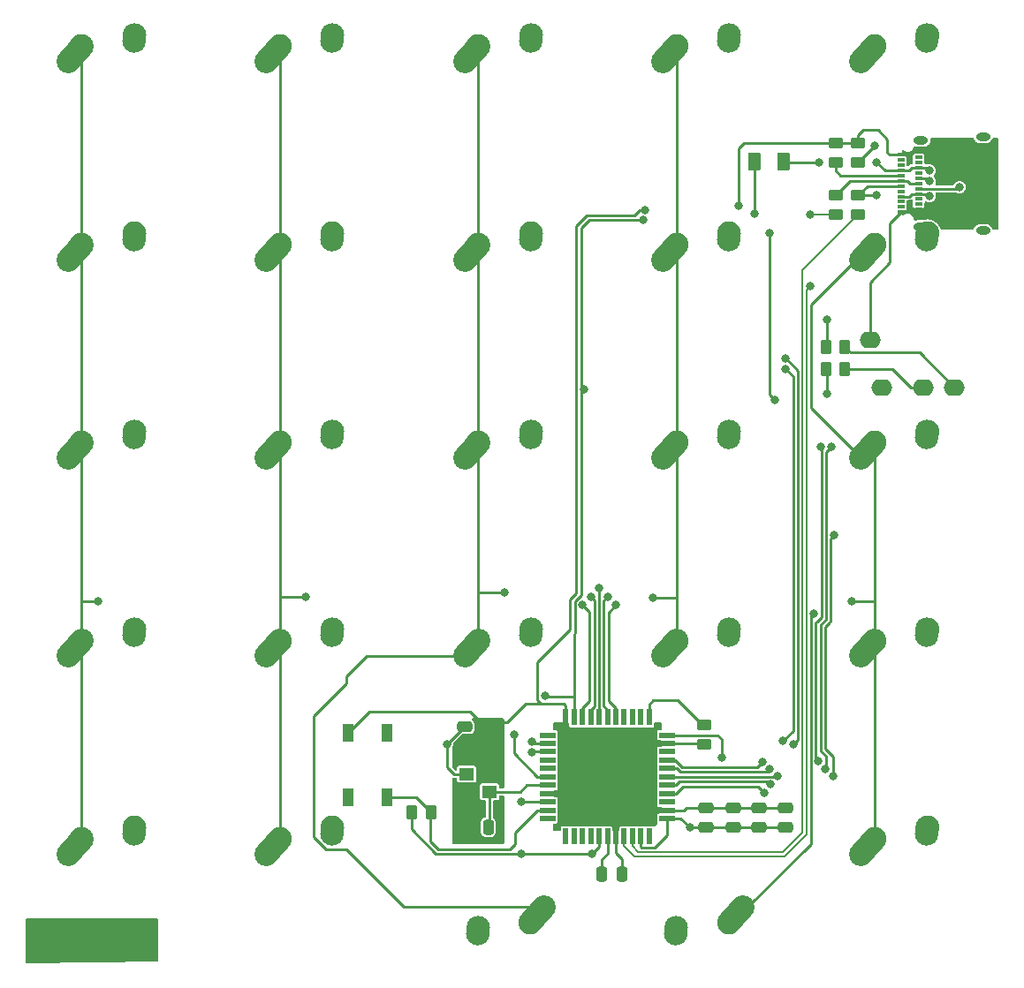
<source format=gbl>
%TF.GenerationSoftware,KiCad,Pcbnew,(7.0.0)*%
%TF.CreationDate,2023-03-14T21:06:17+08:00*%
%TF.ProjectId,kai_split_left,6b61695f-7370-46c6-9974-5f6c6566742e,rev?*%
%TF.SameCoordinates,Original*%
%TF.FileFunction,Copper,L2,Bot*%
%TF.FilePolarity,Positive*%
%FSLAX46Y46*%
G04 Gerber Fmt 4.6, Leading zero omitted, Abs format (unit mm)*
G04 Created by KiCad (PCBNEW (7.0.0)) date 2023-03-14 21:06:17*
%MOMM*%
%LPD*%
G01*
G04 APERTURE LIST*
G04 Aperture macros list*
%AMRoundRect*
0 Rectangle with rounded corners*
0 $1 Rounding radius*
0 $2 $3 $4 $5 $6 $7 $8 $9 X,Y pos of 4 corners*
0 Add a 4 corners polygon primitive as box body*
4,1,4,$2,$3,$4,$5,$6,$7,$8,$9,$2,$3,0*
0 Add four circle primitives for the rounded corners*
1,1,$1+$1,$2,$3*
1,1,$1+$1,$4,$5*
1,1,$1+$1,$6,$7*
1,1,$1+$1,$8,$9*
0 Add four rect primitives between the rounded corners*
20,1,$1+$1,$2,$3,$4,$5,0*
20,1,$1+$1,$4,$5,$6,$7,0*
20,1,$1+$1,$6,$7,$8,$9,0*
20,1,$1+$1,$8,$9,$2,$3,0*%
%AMHorizOval*
0 Thick line with rounded ends*
0 $1 width*
0 $2 $3 position (X,Y) of the first rounded end (center of the circle)*
0 $4 $5 position (X,Y) of the second rounded end (center of the circle)*
0 Add line between two ends*
20,1,$1,$2,$3,$4,$5,0*
0 Add two circle primitives to create the rounded ends*
1,1,$1,$2,$3*
1,1,$1,$4,$5*%
G04 Aperture macros list end*
%TA.AperFunction,ComponentPad*%
%ADD10HorizOval,2.250000X0.655001X0.730000X-0.655001X-0.730000X0*%
%TD*%
%TA.AperFunction,ComponentPad*%
%ADD11C,2.250000*%
%TD*%
%TA.AperFunction,ComponentPad*%
%ADD12HorizOval,2.250000X0.020000X0.290000X-0.020000X-0.290000X0*%
%TD*%
%TA.AperFunction,ComponentPad*%
%ADD13O,2.000000X1.600000*%
%TD*%
%TA.AperFunction,ComponentPad*%
%ADD14HorizOval,2.250000X-0.655001X-0.730000X0.655001X0.730000X0*%
%TD*%
%TA.AperFunction,ComponentPad*%
%ADD15HorizOval,2.250000X-0.020000X-0.290000X0.020000X0.290000X0*%
%TD*%
%TA.AperFunction,ComponentPad*%
%ADD16HorizOval,2.250000X0.020004X0.290000X-0.020004X-0.290000X0*%
%TD*%
%TA.AperFunction,SMDPad,CuDef*%
%ADD17R,0.550000X1.500000*%
%TD*%
%TA.AperFunction,SMDPad,CuDef*%
%ADD18R,1.500000X0.550000*%
%TD*%
%TA.AperFunction,SMDPad,CuDef*%
%ADD19RoundRect,0.250000X0.450000X-0.262500X0.450000X0.262500X-0.450000X0.262500X-0.450000X-0.262500X0*%
%TD*%
%TA.AperFunction,SMDPad,CuDef*%
%ADD20RoundRect,0.250000X-0.450000X0.262500X-0.450000X-0.262500X0.450000X-0.262500X0.450000X0.262500X0*%
%TD*%
%TA.AperFunction,SMDPad,CuDef*%
%ADD21RoundRect,0.250000X0.475000X-0.250000X0.475000X0.250000X-0.475000X0.250000X-0.475000X-0.250000X0*%
%TD*%
%TA.AperFunction,SMDPad,CuDef*%
%ADD22R,1.100000X1.800000*%
%TD*%
%TA.AperFunction,SMDPad,CuDef*%
%ADD23RoundRect,0.250000X-0.475000X0.250000X-0.475000X-0.250000X0.475000X-0.250000X0.475000X0.250000X0*%
%TD*%
%TA.AperFunction,SMDPad,CuDef*%
%ADD24RoundRect,0.250000X0.250000X0.475000X-0.250000X0.475000X-0.250000X-0.475000X0.250000X-0.475000X0*%
%TD*%
%TA.AperFunction,SMDPad,CuDef*%
%ADD25RoundRect,0.250000X-0.262500X-0.450000X0.262500X-0.450000X0.262500X0.450000X-0.262500X0.450000X0*%
%TD*%
%TA.AperFunction,SMDPad,CuDef*%
%ADD26R,1.400000X1.200000*%
%TD*%
%TA.AperFunction,SMDPad,CuDef*%
%ADD27RoundRect,0.250000X0.262500X0.450000X-0.262500X0.450000X-0.262500X-0.450000X0.262500X-0.450000X0*%
%TD*%
%TA.AperFunction,ComponentPad*%
%ADD28O,1.400000X0.800000*%
%TD*%
%TA.AperFunction,SMDPad,CuDef*%
%ADD29R,0.700000X0.300000*%
%TD*%
%TA.AperFunction,SMDPad,CuDef*%
%ADD30RoundRect,0.250000X0.375000X0.625000X-0.375000X0.625000X-0.375000X-0.625000X0.375000X-0.625000X0*%
%TD*%
%TA.AperFunction,SMDPad,CuDef*%
%ADD31RoundRect,0.250000X-0.250000X-0.475000X0.250000X-0.475000X0.250000X0.475000X-0.250000X0.475000X0*%
%TD*%
%TA.AperFunction,ViaPad*%
%ADD32C,0.800000*%
%TD*%
%TA.AperFunction,Conductor*%
%ADD33C,0.254000*%
%TD*%
%TA.AperFunction,Conductor*%
%ADD34C,0.200000*%
%TD*%
G04 APERTURE END LIST*
D10*
%TO.P,MX19,1,COL*%
%TO.N,COL3*%
X85713750Y-85511249D03*
D11*
X86368750Y-84781250D03*
D12*
%TO.P,MX19,2,ROW*%
%TO.N,Net-(D19-A)*%
X91388749Y-83991249D03*
D11*
X91408750Y-83701250D03*
%TD*%
D10*
%TO.P,MX20,1,COL*%
%TO.N,COL4*%
X104713750Y-85511249D03*
D11*
X105368750Y-84781250D03*
D12*
%TO.P,MX20,2,ROW*%
%TO.N,Net-(D20-A)*%
X110388749Y-83991249D03*
D11*
X110408750Y-83701250D03*
%TD*%
D10*
%TO.P,MX25,1,COL*%
%TO.N,COL4*%
X104713750Y-104511249D03*
D11*
X105368750Y-103781250D03*
D12*
%TO.P,MX25,2,ROW*%
%TO.N,Net-(D25-A)*%
X110388749Y-102991249D03*
D11*
X110408750Y-102701250D03*
%TD*%
D10*
%TO.P,MX5,1,COL*%
%TO.N,COL4*%
X104713750Y-28511249D03*
D11*
X105368750Y-27781250D03*
D12*
%TO.P,MX5,2,ROW*%
%TO.N,Net-(D5-A)*%
X110388749Y-26991249D03*
D11*
X110408750Y-26701250D03*
%TD*%
D10*
%TO.P,MX13,1,COL*%
%TO.N,COL2*%
X66713750Y-66511249D03*
D11*
X67368750Y-65781250D03*
D12*
%TO.P,MX13,2,ROW*%
%TO.N,Net-(D13-A)*%
X72388749Y-64991249D03*
D11*
X72408750Y-64701250D03*
%TD*%
D10*
%TO.P,MX15,1,COL*%
%TO.N,COL4*%
X104713750Y-66511249D03*
D11*
X105368750Y-65781250D03*
D12*
%TO.P,MX15,2,ROW*%
%TO.N,Net-(D15-A)*%
X110388749Y-64991249D03*
D11*
X110408750Y-64701250D03*
%TD*%
D13*
%TO.P,J2,1*%
%TO.N,GND*%
X104900749Y-55901249D03*
%TO.P,J2,2*%
%TO.N,+5V*%
X106000749Y-60501249D03*
%TO.P,J2,3*%
%TO.N,Net-(J2-PadR1)*%
X110000749Y-60501249D03*
%TO.P,J2,4*%
%TO.N,Net-(J2-PadR2)*%
X113000749Y-60501249D03*
%TD*%
D10*
%TO.P,MX6,1,COL*%
%TO.N,COL0*%
X28713750Y-47511249D03*
D11*
X29368750Y-46781250D03*
D12*
%TO.P,MX6,2,ROW*%
%TO.N,Net-(D6-A)*%
X34388749Y-45991249D03*
D11*
X34408750Y-45701250D03*
%TD*%
D10*
%TO.P,MX17,1,COL*%
%TO.N,COL1*%
X47713750Y-85511249D03*
D11*
X48368750Y-84781250D03*
D12*
%TO.P,MX17,2,ROW*%
%TO.N,Net-(D17-A)*%
X53388749Y-83991249D03*
D11*
X53408750Y-83701250D03*
%TD*%
D10*
%TO.P,MX9,1,COL*%
%TO.N,COL3*%
X85713750Y-47511249D03*
D11*
X86368750Y-46781250D03*
D12*
%TO.P,MX9,2,ROW*%
%TO.N,Net-(D9-A)*%
X91388749Y-45991249D03*
D11*
X91408750Y-45701250D03*
%TD*%
D10*
%TO.P,MX2,1,COL*%
%TO.N,COL1*%
X47713750Y-28511249D03*
D11*
X48368750Y-27781250D03*
D12*
%TO.P,MX2,2,ROW*%
%TO.N,Net-(D2-A)*%
X53388749Y-26991249D03*
D11*
X53408750Y-26701250D03*
%TD*%
D14*
%TO.P,MX24,1,COL*%
%TO.N,COL3*%
X92023748Y-111051249D03*
D11*
X91368750Y-111781250D03*
D15*
%TO.P,MX24,2,ROW*%
%TO.N,Net-(D24-A)*%
X86348749Y-112571249D03*
D11*
X86328750Y-112861250D03*
%TD*%
D10*
%TO.P,MX12,1,COL*%
%TO.N,COL1*%
X47713750Y-66511249D03*
D11*
X48368750Y-65781250D03*
D12*
%TO.P,MX12,2,ROW*%
%TO.N,Net-(D12-A)*%
X53388749Y-64991249D03*
D11*
X53408750Y-64701250D03*
%TD*%
D10*
%TO.P,MX3,1,COL*%
%TO.N,COL2*%
X66713750Y-28511249D03*
D11*
X67368750Y-27781250D03*
D12*
%TO.P,MX3,2,ROW*%
%TO.N,Net-(D3-A)*%
X72388749Y-26991249D03*
D11*
X72408750Y-26701250D03*
%TD*%
D10*
%TO.P,MX7,1,COL*%
%TO.N,COL1*%
X47713750Y-47511249D03*
D11*
X48368750Y-46781250D03*
D12*
%TO.P,MX7,2,ROW*%
%TO.N,Net-(D7-A)*%
X53388749Y-45991249D03*
D11*
X53408750Y-45701250D03*
%TD*%
D10*
%TO.P,MX11,1,COL*%
%TO.N,COL0*%
X28713750Y-66511249D03*
D11*
X29368750Y-65781250D03*
D12*
%TO.P,MX11,2,ROW*%
%TO.N,Net-(D11-A)*%
X34388749Y-64991249D03*
D11*
X34408750Y-64701250D03*
%TD*%
D14*
%TO.P,MX23,1,COL*%
%TO.N,COL2*%
X73023748Y-111051249D03*
D11*
X72368750Y-111781250D03*
D15*
%TO.P,MX23,2,ROW*%
%TO.N,Net-(D23-A)*%
X67348749Y-112571249D03*
D11*
X67328750Y-112861250D03*
%TD*%
D10*
%TO.P,MX21,1,COL*%
%TO.N,COL0*%
X28713750Y-104511249D03*
D11*
X29368750Y-103781250D03*
D12*
%TO.P,MX21,2,ROW*%
%TO.N,Net-(D21-A)*%
X34388749Y-102991249D03*
D11*
X34408750Y-102701250D03*
%TD*%
D10*
%TO.P,MX1,1,COL*%
%TO.N,COL0*%
X28713750Y-28511249D03*
D11*
X29368750Y-27781250D03*
D12*
%TO.P,MX1,2,ROW*%
%TO.N,Net-(D1-A)*%
X34388749Y-26991249D03*
D11*
X34408750Y-26701250D03*
%TD*%
D10*
%TO.P,MX14,1,COL*%
%TO.N,COL3*%
X85713750Y-66511249D03*
D11*
X86368750Y-65781250D03*
D12*
%TO.P,MX14,2,ROW*%
%TO.N,Net-(D14-A)*%
X91388749Y-64991249D03*
D11*
X91408750Y-64701250D03*
%TD*%
D10*
%TO.P,MX10,1,COL*%
%TO.N,COL4*%
X104713750Y-47511249D03*
D11*
X105368750Y-46781250D03*
D16*
%TO.P,MX10,2,ROW*%
%TO.N,Net-(D10-A)*%
X110388753Y-45991249D03*
D11*
X110408750Y-45701250D03*
%TD*%
D10*
%TO.P,MX4,1,COL*%
%TO.N,COL3*%
X85713750Y-28511249D03*
D11*
X86368750Y-27781250D03*
D12*
%TO.P,MX4,2,ROW*%
%TO.N,Net-(D4-A)*%
X91388749Y-26991249D03*
D11*
X91408750Y-26701250D03*
%TD*%
D10*
%TO.P,MX8,1,COL*%
%TO.N,COL2*%
X66713750Y-47511249D03*
D11*
X67368750Y-46781250D03*
D12*
%TO.P,MX8,2,ROW*%
%TO.N,Net-(D8-A)*%
X72388749Y-45991249D03*
D11*
X72408750Y-45701250D03*
%TD*%
D10*
%TO.P,MX18,1,COL*%
%TO.N,COL2*%
X66713750Y-85511249D03*
D11*
X67368750Y-84781250D03*
D12*
%TO.P,MX18,2,ROW*%
%TO.N,Net-(D18-A)*%
X72388749Y-83991249D03*
D11*
X72408750Y-83701250D03*
%TD*%
D10*
%TO.P,MX16,1,COL*%
%TO.N,COL0*%
X28713750Y-85511249D03*
D11*
X29368750Y-84781250D03*
D12*
%TO.P,MX16,2,ROW*%
%TO.N,Net-(D16-A)*%
X34388749Y-83991249D03*
D11*
X34408750Y-83701250D03*
%TD*%
D10*
%TO.P,MX22,1,COL*%
%TO.N,COL1*%
X47713750Y-104511249D03*
D11*
X48368750Y-103781250D03*
D12*
%TO.P,MX22,2,ROW*%
%TO.N,Net-(D22-A)*%
X53388749Y-102991249D03*
D11*
X53408750Y-102701250D03*
%TD*%
D17*
%TO.P,U2,1,PE6*%
%TO.N,unconnected-(U2-PE6-Pad1)*%
X83751749Y-103525249D03*
%TO.P,U2,2,UVCC*%
%TO.N,+5V*%
X82951749Y-103525249D03*
%TO.P,U2,3,D-*%
%TO.N,D-*%
X82151749Y-103525249D03*
%TO.P,U2,4,D+*%
%TO.N,D+*%
X81351749Y-103525249D03*
%TO.P,U2,5,UGND*%
%TO.N,GND*%
X80551749Y-103525249D03*
%TO.P,U2,6,UCAP*%
%TO.N,Net-(U2-UCAP)*%
X79751749Y-103525249D03*
%TO.P,U2,7,VBUS*%
%TO.N,+5V*%
X78951749Y-103525249D03*
%TO.P,U2,8,PB0*%
%TO.N,unconnected-(U2-PB0-Pad8)*%
X78151749Y-103525249D03*
%TO.P,U2,9,PB1*%
%TO.N,unconnected-(U2-PB1-Pad9)*%
X77351749Y-103525249D03*
%TO.P,U2,10,PB2*%
%TO.N,unconnected-(U2-PB2-Pad10)*%
X76551749Y-103525249D03*
%TO.P,U2,11,PB3*%
%TO.N,unconnected-(U2-PB3-Pad11)*%
X75751749Y-103525249D03*
D18*
%TO.P,U2,12,PB7*%
%TO.N,unconnected-(U2-PB7-Pad12)*%
X74051749Y-101825249D03*
%TO.P,U2,13,~{RESET}*%
%TO.N,Net-(U2-~{RESET})*%
X74051749Y-101025249D03*
%TO.P,U2,14,VCC*%
%TO.N,+5V*%
X74051749Y-100225249D03*
%TO.P,U2,15,GND*%
%TO.N,GND*%
X74051749Y-99425249D03*
%TO.P,U2,16,XTAL2*%
%TO.N,Net-(U2-XTAL2)*%
X74051749Y-98625249D03*
%TO.P,U2,17,XTAL1*%
%TO.N,Net-(U2-XTAL1)*%
X74051749Y-97825249D03*
%TO.P,U2,18,PD0*%
%TO.N,unconnected-(U2-PD0-Pad18)*%
X74051749Y-97025249D03*
%TO.P,U2,19,PD1*%
%TO.N,unconnected-(U2-PD1-Pad19)*%
X74051749Y-96225249D03*
%TO.P,U2,20,PD2*%
%TO.N,RX*%
X74051749Y-95425249D03*
%TO.P,U2,21,PD3*%
%TO.N,TX*%
X74051749Y-94625249D03*
%TO.P,U2,22,PD5*%
%TO.N,unconnected-(U2-PD5-Pad22)*%
X74051749Y-93825249D03*
D17*
%TO.P,U2,23,GND*%
%TO.N,GND*%
X75751749Y-92125249D03*
%TO.P,U2,24,AVCC*%
%TO.N,+5V*%
X76551749Y-92125249D03*
%TO.P,U2,25,PD4*%
%TO.N,COL0*%
X77351749Y-92125249D03*
%TO.P,U2,26,PD6*%
%TO.N,COL1*%
X78151749Y-92125249D03*
%TO.P,U2,27,PD7*%
%TO.N,COL2*%
X78951749Y-92125249D03*
%TO.P,U2,28,PB4*%
%TO.N,COL3*%
X79751749Y-92125249D03*
%TO.P,U2,29,PB5*%
%TO.N,COL4*%
X80551749Y-92125249D03*
%TO.P,U2,30,PB6*%
%TO.N,unconnected-(U2-PB6-Pad30)*%
X81351749Y-92125249D03*
%TO.P,U2,31,PC6*%
%TO.N,unconnected-(U2-PC6-Pad31)*%
X82151749Y-92125249D03*
%TO.P,U2,32,PC7*%
%TO.N,unconnected-(U2-PC7-Pad32)*%
X82951749Y-92125249D03*
%TO.P,U2,33,~{HWB}/PE2*%
%TO.N,Net-(U2-~{HWB}{slash}PE2)*%
X83751749Y-92125249D03*
D18*
%TO.P,U2,34,VCC*%
%TO.N,+5V*%
X85451749Y-93825249D03*
%TO.P,U2,35,GND*%
%TO.N,GND*%
X85451749Y-94625249D03*
%TO.P,U2,36,PF7*%
%TO.N,unconnected-(U2-PF7-Pad36)*%
X85451749Y-95425249D03*
%TO.P,U2,37,PF6*%
%TO.N,ROW0*%
X85451749Y-96225249D03*
%TO.P,U2,38,PF5*%
%TO.N,ROW1*%
X85451749Y-97025249D03*
%TO.P,U2,39,PF4*%
%TO.N,ROW2*%
X85451749Y-97825249D03*
%TO.P,U2,40,PF1*%
%TO.N,ROW3*%
X85451749Y-98625249D03*
%TO.P,U2,41,PF0*%
%TO.N,ROW4*%
X85451749Y-99425249D03*
%TO.P,U2,42,AREF*%
%TO.N,unconnected-(U2-AREF-Pad42)*%
X85451749Y-100225249D03*
%TO.P,U2,43,GND*%
%TO.N,GND*%
X85451749Y-101025249D03*
%TO.P,U2,44,AVCC*%
%TO.N,+5V*%
X85451749Y-101825249D03*
%TD*%
D19*
%TO.P,R5,1*%
%TO.N,Net-(J1-CC1)*%
X101600000Y-38893750D03*
%TO.P,R5,2*%
%TO.N,GND*%
X101600000Y-37068750D03*
%TD*%
D20*
%TO.P,R8,1*%
%TO.N,Net-(J1-D+-PadA6)*%
X101600000Y-42068750D03*
%TO.P,R8,2*%
%TO.N,D+*%
X101600000Y-43893750D03*
%TD*%
D21*
%TO.P,C2,1*%
%TO.N,+5V*%
X94234000Y-102706250D03*
%TO.P,C2,2*%
%TO.N,GND*%
X94234000Y-100806250D03*
%TD*%
%TO.P,C4,1*%
%TO.N,+5V*%
X96774000Y-102706250D03*
%TO.P,C4,2*%
%TO.N,GND*%
X96774000Y-100806250D03*
%TD*%
D19*
%TO.P,R6,1*%
%TO.N,Net-(J1-CC2)*%
X103759000Y-38917250D03*
%TO.P,R6,2*%
%TO.N,GND*%
X103759000Y-37092250D03*
%TD*%
D22*
%TO.P,SW1,1,1*%
%TO.N,GND*%
X54914749Y-93582249D03*
%TO.P,SW1,2,2*%
%TO.N,Net-(U2-~{RESET})*%
X58614749Y-99782249D03*
%TO.P,SW1,3*%
%TO.N,N/C*%
X58614749Y-93582249D03*
%TO.P,SW1,4*%
X54914749Y-99782249D03*
%TD*%
D23*
%TO.P,C5,1*%
%TO.N,GND*%
X89154000Y-100806250D03*
%TO.P,C5,2*%
%TO.N,+5V*%
X89154000Y-102706250D03*
%TD*%
D24*
%TO.P,C6,1*%
%TO.N,Net-(U2-XTAL2)*%
X68321750Y-102651250D03*
%TO.P,C6,2*%
%TO.N,GND*%
X66421750Y-102651250D03*
%TD*%
D25*
%TO.P,R4,1*%
%TO.N,+5V*%
X61000000Y-101219000D03*
%TO.P,R4,2*%
%TO.N,Net-(U2-~{RESET})*%
X62825000Y-101219000D03*
%TD*%
D26*
%TO.P,Y1,1,1*%
%TO.N,Net-(U2-XTAL2)*%
X68448749Y-99271249D03*
%TO.P,Y1,2,2*%
%TO.N,GND*%
X66248749Y-99271249D03*
%TO.P,Y1,3,3*%
%TO.N,Net-(U2-XTAL1)*%
X66248749Y-97571249D03*
%TO.P,Y1,4,4*%
%TO.N,GND*%
X68448749Y-97571249D03*
%TD*%
D27*
%TO.P,R10,1*%
%TO.N,Net-(J2-PadR1)*%
X102512500Y-58737500D03*
%TO.P,R10,2*%
%TO.N,TX*%
X100687500Y-58737500D03*
%TD*%
D21*
%TO.P,C7,1*%
%TO.N,GND*%
X66040000Y-94930000D03*
%TO.P,C7,2*%
%TO.N,Net-(U2-XTAL1)*%
X66040000Y-93030000D03*
%TD*%
D28*
%TO.P,J1,S1,SHIELD*%
%TO.N,N/C*%
X115738749Y-45419249D03*
%TO.N,Net-(D10-A)*%
X109788749Y-45059249D03*
%TO.N,N/C*%
X109788749Y-36799249D03*
X115738749Y-36439249D03*
D29*
%TO.P,J1,B12,GND*%
%TO.N,GND*%
X109578749Y-37929249D03*
%TO.P,J1,B11*%
%TO.N,N/C*%
X109578749Y-38429249D03*
%TO.P,J1,B10*%
X109578749Y-38929249D03*
%TO.P,J1,B9,VBUS*%
%TO.N,VCC*%
X109578749Y-39429249D03*
%TO.P,J1,B8,SBU2*%
%TO.N,unconnected-(J1-SBU2-PadB8)*%
X109578749Y-39929249D03*
%TO.P,J1,B7,D-*%
%TO.N,Net-(J1-D--PadA7)*%
X109578749Y-40429249D03*
%TO.P,J1,B6,D+*%
%TO.N,Net-(J1-D+-PadA6)*%
X109578749Y-40929249D03*
%TO.P,J1,B5,CC2*%
%TO.N,Net-(J1-CC2)*%
X109578749Y-41429249D03*
%TO.P,J1,B4,VBUS*%
%TO.N,VCC*%
X109578749Y-41929249D03*
%TO.P,J1,B3*%
%TO.N,N/C*%
X109578749Y-42429249D03*
%TO.P,J1,B2*%
X109578749Y-42929249D03*
%TO.P,J1,B1,GND*%
%TO.N,GND*%
X109578749Y-43429249D03*
%TO.P,J1,A12,GND*%
X107878749Y-43679249D03*
%TO.P,J1,A11*%
%TO.N,N/C*%
X107878749Y-43179249D03*
%TO.P,J1,A10*%
X107878749Y-42679249D03*
%TO.P,J1,A9,VBUS*%
%TO.N,VCC*%
X107878749Y-42179249D03*
%TO.P,J1,A8,SBU1*%
%TO.N,unconnected-(J1-SBU1-PadA8)*%
X107878749Y-41679249D03*
%TO.P,J1,A7,D-*%
%TO.N,Net-(J1-D--PadA7)*%
X107878749Y-41179249D03*
%TO.P,J1,A6,D+*%
%TO.N,Net-(J1-D+-PadA6)*%
X107878749Y-40679249D03*
%TO.P,J1,A5,CC1*%
%TO.N,Net-(J1-CC1)*%
X107878749Y-40179249D03*
%TO.P,J1,A4,VBUS*%
%TO.N,VCC*%
X107878749Y-39679249D03*
%TO.P,J1,A3*%
%TO.N,N/C*%
X107878749Y-39179249D03*
%TO.P,J1,A2*%
X107878749Y-38679249D03*
%TO.P,J1,A1,GND*%
%TO.N,GND*%
X107878749Y-38179249D03*
%TD*%
D20*
%TO.P,R7,1*%
%TO.N,Net-(J1-D--PadA7)*%
X103759000Y-42068750D03*
%TO.P,R7,2*%
%TO.N,D-*%
X103759000Y-43893750D03*
%TD*%
D27*
%TO.P,R9,1*%
%TO.N,Net-(J2-PadR2)*%
X102512500Y-56578500D03*
%TO.P,R9,2*%
%TO.N,RX*%
X100687500Y-56578500D03*
%TD*%
D30*
%TO.P,F1,1*%
%TO.N,VCC*%
X96653000Y-38862000D03*
%TO.P,F1,2*%
%TO.N,+5V*%
X93853000Y-38862000D03*
%TD*%
D23*
%TO.P,C3,1*%
%TO.N,GND*%
X91821000Y-100806250D03*
%TO.P,C3,2*%
%TO.N,+5V*%
X91821000Y-102706250D03*
%TD*%
D31*
%TO.P,C1,1*%
%TO.N,Net-(U2-UCAP)*%
X79218750Y-107156250D03*
%TO.P,C1,2*%
%TO.N,GND*%
X81118750Y-107156250D03*
%TD*%
D20*
%TO.P,R1,1*%
%TO.N,Net-(U2-~{HWB}{slash}PE2)*%
X89022750Y-92848750D03*
%TO.P,R1,2*%
%TO.N,GND*%
X89022750Y-94673750D03*
%TD*%
D32*
%TO.N,+5V*%
X78252000Y-105229000D03*
X90678000Y-96012000D03*
X87625000Y-102706250D03*
X77488500Y-60706000D03*
%TO.N,GND*%
X92329000Y-43053000D03*
%TO.N,ROW0*%
X95250000Y-45720000D03*
%TO.N,TX*%
X96587789Y-94396500D03*
%TO.N,RX*%
X97536000Y-94742000D03*
X72517000Y-95487503D03*
%TO.N,TX*%
X72517000Y-94488000D03*
%TO.N,+5V*%
X71501000Y-105229000D03*
%TO.N,Net-(U2-XTAL1)*%
X64389000Y-94681000D03*
X70777750Y-93762177D03*
%TO.N,+5V*%
X73751500Y-90078500D03*
%TO.N,GND*%
X83349317Y-43464096D03*
%TO.N,+5V*%
X93853000Y-43815000D03*
%TO.N,VCC*%
X110617000Y-42155750D03*
X110617006Y-39703011D03*
%TO.N,Net-(J1-D--PadA7)*%
X105537000Y-42037000D03*
X110617000Y-40702513D03*
%TO.N,+5V*%
X71501000Y-100225250D03*
X83185000Y-44450000D03*
%TO.N,ROW0*%
X95758000Y-61722000D03*
X100203000Y-66167000D03*
X99978500Y-96313555D03*
X94608354Y-96386245D03*
%TO.N,ROW1*%
X100639245Y-97063500D03*
X101215540Y-66152113D03*
X95309312Y-97098750D03*
%TO.N,ROW2*%
X101346000Y-97790000D03*
X101432000Y-74676000D03*
X96043750Y-97790000D03*
%TO.N,ROW3*%
X95396424Y-98551750D03*
%TO.N,ROW4*%
X94777874Y-99336862D03*
%TO.N,VCC*%
X100012500Y-38893750D03*
X105568750Y-38893750D03*
%TO.N,COL0*%
X77351750Y-81320500D03*
X30956250Y-80962500D03*
%TO.N,COL1*%
X78151750Y-80533000D03*
X50800000Y-80594000D03*
%TO.N,COL2*%
X69850000Y-80140000D03*
X78951750Y-79745500D03*
%TO.N,COL3*%
X84137500Y-80646750D03*
X79751750Y-80585750D03*
X99524500Y-82211311D03*
%TO.N,COL4*%
X80551750Y-81373250D03*
X103187500Y-80962500D03*
%TO.N,D+*%
X99218750Y-50800000D03*
X99218750Y-43942000D03*
%TO.N,Net-(J1-CC2)*%
X105370000Y-37306250D03*
X113506250Y-41275000D03*
%TO.N,RX*%
X100806250Y-53975000D03*
X96837500Y-57737997D03*
%TO.N,TX*%
X96837500Y-58737500D03*
X100806250Y-61118750D03*
%TD*%
D33*
%TO.N,+5V*%
X82951750Y-104529250D02*
X83024750Y-104602250D01*
X83024750Y-104602250D02*
X84246750Y-104602250D01*
X82951750Y-103525250D02*
X82951750Y-104529250D01*
X90678000Y-94178500D02*
X90678000Y-96012000D01*
X90324750Y-93825250D02*
X90678000Y-94178500D01*
X85451750Y-93825250D02*
X90324750Y-93825250D01*
D34*
%TO.N,D+*%
X81351750Y-104475250D02*
X81351750Y-103525250D01*
X82305500Y-105429000D02*
X81351750Y-104475250D01*
X96749186Y-105429000D02*
X82305500Y-105429000D01*
X98825000Y-103353185D02*
X96749186Y-105429000D01*
X99218750Y-50800000D02*
X98825000Y-51193750D01*
X98825000Y-51193750D02*
X98825000Y-103353185D01*
D33*
%TO.N,+5V*%
X78951750Y-104529250D02*
X78951750Y-103525250D01*
%TO.N,GND*%
X103759000Y-36322000D02*
X103759000Y-37092250D01*
X105664000Y-35814000D02*
X104267000Y-35814000D01*
X104267000Y-35814000D02*
X103759000Y-36322000D01*
X106553000Y-36703000D02*
X105664000Y-35814000D01*
X106553000Y-37973000D02*
X106553000Y-36703000D01*
X107878750Y-38179250D02*
X106759250Y-38179250D01*
X106759250Y-38179250D02*
X106553000Y-37973000D01*
%TO.N,Net-(J1-CC2)*%
X105370000Y-37306250D02*
X103759000Y-38917250D01*
%TO.N,GND*%
X66548000Y-91567000D02*
X67437000Y-92456000D01*
X60960000Y-91567000D02*
X66548000Y-91567000D01*
X56422000Y-92075000D02*
X56930000Y-91567000D01*
X56930000Y-91567000D02*
X60960000Y-91567000D01*
X54914750Y-93582250D02*
X56422000Y-92075000D01*
X70104000Y-92583000D02*
X69596000Y-92583000D01*
X71882000Y-90805000D02*
X70104000Y-92583000D01*
X73342500Y-90805000D02*
X71882000Y-90805000D01*
X75565000Y-90805000D02*
X73342500Y-90805000D01*
X73342500Y-90805000D02*
X73025000Y-90487500D01*
%TO.N,+5V*%
X73843000Y-90170000D02*
X76551750Y-90170000D01*
X76551750Y-90170000D02*
X76551750Y-84103250D01*
X73751500Y-90078500D02*
X73843000Y-90170000D01*
X76551750Y-92125250D02*
X76551750Y-90170000D01*
X87625000Y-102706250D02*
X86744000Y-101825250D01*
X77488500Y-60706000D02*
X77216000Y-60706000D01*
X77216000Y-60706000D02*
X77216000Y-45212000D01*
X77216000Y-80428116D02*
X77216000Y-60706000D01*
%TO.N,Net-(J1-D--PadA7)*%
X103790750Y-42037000D02*
X103759000Y-42068750D01*
X105537000Y-42037000D02*
X103790750Y-42037000D01*
%TO.N,GND*%
X92329000Y-37592000D02*
X92329000Y-43053000D01*
X92837000Y-37084000D02*
X92329000Y-37592000D01*
X101584750Y-37084000D02*
X92837000Y-37084000D01*
X101600000Y-37068750D02*
X101584750Y-37084000D01*
%TO.N,ROW0*%
X95250000Y-61214000D02*
X95758000Y-61722000D01*
X95250000Y-45720000D02*
X95250000Y-61214000D01*
%TO.N,+5V*%
X74051750Y-100225250D02*
X71501000Y-100225250D01*
%TO.N,GND*%
X104900750Y-50396291D02*
X104900750Y-55901250D01*
X106820389Y-48476652D02*
X104900750Y-50396291D01*
X106786107Y-46102180D02*
X106820389Y-46735275D01*
X106820389Y-46735275D02*
X106820389Y-48476652D01*
X106786107Y-44771893D02*
X106786107Y-46102180D01*
X107878750Y-43679250D02*
X106786107Y-44771893D01*
%TO.N,RX*%
X96866131Y-57737997D02*
X96837500Y-57737997D01*
X97998000Y-58869866D02*
X96866131Y-57737997D01*
X97536000Y-94742000D02*
X97998000Y-94280000D01*
X97998000Y-94280000D02*
X97998000Y-58869866D01*
%TO.N,TX*%
X97544000Y-59444000D02*
X96837500Y-58737500D01*
X96587789Y-94396500D02*
X97544000Y-93440289D01*
X97544000Y-93440289D02*
X97544000Y-59444000D01*
%TO.N,RX*%
X72579253Y-95425250D02*
X72517000Y-95487503D01*
X74051750Y-95425250D02*
X72579253Y-95425250D01*
%TO.N,TX*%
X72654250Y-94625250D02*
X72517000Y-94488000D01*
X74051750Y-94625250D02*
X72654250Y-94625250D01*
%TO.N,+5V*%
X71501000Y-105229000D02*
X78252000Y-105229000D01*
X63311948Y-105229000D02*
X71501000Y-105229000D01*
%TO.N,Net-(U2-XTAL1)*%
X64389000Y-96901000D02*
X64389000Y-94681000D01*
X66248750Y-97571250D02*
X65059250Y-97571250D01*
X65059250Y-97571250D02*
X64389000Y-96901000D01*
X70777750Y-95555250D02*
X70777750Y-93762177D01*
X73047750Y-97825250D02*
X70777750Y-95555250D01*
X74051750Y-97825250D02*
X73047750Y-97825250D01*
%TO.N,Net-(U2-~{RESET})*%
X73047750Y-101025250D02*
X74051750Y-101025250D01*
X70358000Y-104775000D02*
X70866000Y-104267000D01*
X70866000Y-103207000D02*
X73047750Y-101025250D01*
X63500000Y-104775000D02*
X70358000Y-104775000D01*
X62738000Y-104013000D02*
X63500000Y-104775000D01*
X62738000Y-101600000D02*
X62738000Y-104013000D01*
X70866000Y-104267000D02*
X70866000Y-103207000D01*
%TO.N,+5V*%
X78252000Y-105229000D02*
X78951750Y-104529250D01*
X60960000Y-102877052D02*
X63311948Y-105229000D01*
X60960000Y-101473000D02*
X60960000Y-102877052D01*
X77978000Y-44450000D02*
X83185000Y-44450000D01*
X77216000Y-45212000D02*
X77978000Y-44450000D01*
X76624750Y-81019366D02*
X77216000Y-80428116D01*
X76551750Y-84103250D02*
X76624750Y-84030250D01*
X76624750Y-84030250D02*
X76624750Y-81019366D01*
%TO.N,GND*%
X75751750Y-90991750D02*
X75565000Y-90805000D01*
X75751750Y-92125250D02*
X75751750Y-90991750D01*
%TO.N,Net-(U2-~{RESET})*%
X61388250Y-99782250D02*
X62825000Y-101219000D01*
X58614750Y-99782250D02*
X61388250Y-99782250D01*
D34*
%TO.N,D-*%
X96583500Y-105029000D02*
X98425000Y-103187500D01*
X98425000Y-103187500D02*
X98425000Y-49227750D01*
X82705500Y-105029000D02*
X96583500Y-105029000D01*
X82151750Y-104475250D02*
X82705500Y-105029000D01*
X98425000Y-49227750D02*
X103759000Y-43893750D01*
X82151750Y-103525250D02*
X82151750Y-104475250D01*
D33*
%TO.N,+5V*%
X84246750Y-104602250D02*
X85451750Y-103397250D01*
X85451750Y-103397250D02*
X85451750Y-101825250D01*
%TO.N,Net-(U2-XTAL1)*%
X64389000Y-94681000D02*
X66040000Y-93030000D01*
%TO.N,GND*%
X73025000Y-86838750D02*
X73025000Y-90487500D01*
X76170750Y-80831313D02*
X76170750Y-83693000D01*
X76762000Y-80240064D02*
X76170750Y-80831313D01*
X76170750Y-83693000D02*
X73025000Y-86838750D01*
X82827904Y-43464096D02*
X82296000Y-43996000D01*
X76762000Y-45023948D02*
X76762000Y-80240064D01*
X83349317Y-43464096D02*
X82827904Y-43464096D01*
X82296000Y-43996000D02*
X77789947Y-43996000D01*
X77789947Y-43996000D02*
X76762000Y-45023948D01*
D34*
%TO.N,D+*%
X99218750Y-43942000D02*
X101551750Y-43942000D01*
X101551750Y-43942000D02*
X101600000Y-43893750D01*
D33*
%TO.N,+5V*%
X93853000Y-38862000D02*
X93853000Y-43596500D01*
%TO.N,VCC*%
X96684750Y-38893750D02*
X96653000Y-38862000D01*
X100012500Y-38893750D02*
X96684750Y-38893750D01*
X110390500Y-41929250D02*
X109578750Y-41929250D01*
X110617000Y-42155750D02*
X110390500Y-41929250D01*
%TO.N,Net-(J1-D--PadA7)*%
X110343737Y-40429250D02*
X109578750Y-40429250D01*
X110617000Y-40702513D02*
X110343737Y-40429250D01*
%TO.N,VCC*%
X110343245Y-39429250D02*
X109578750Y-39429250D01*
X110617006Y-39703011D02*
X110343245Y-39429250D01*
%TO.N,Net-(J1-D--PadA7)*%
X106553000Y-41179250D02*
X107878750Y-41179250D01*
X104648500Y-41179250D02*
X106553000Y-41179250D01*
%TO.N,Net-(J1-D+-PadA6)*%
X108532750Y-40679250D02*
X107878750Y-40679250D01*
X108782750Y-40929250D02*
X108532750Y-40679250D01*
X109578750Y-40929250D02*
X108782750Y-40929250D01*
%TO.N,GND*%
X109604103Y-37903897D02*
X109578750Y-37929250D01*
%TO.N,Net-(U2-UCAP)*%
X79751750Y-105192000D02*
X79751750Y-103525250D01*
X79218750Y-107156250D02*
X79218750Y-105725000D01*
X79218750Y-105725000D02*
X79751750Y-105192000D01*
%TO.N,GND*%
X88974250Y-94625250D02*
X89022750Y-94673750D01*
X89154000Y-100806250D02*
X87312500Y-100806250D01*
X87093500Y-101025250D02*
X85451750Y-101025250D01*
X87312500Y-100806250D02*
X87093500Y-101025250D01*
X96774000Y-100806250D02*
X94234000Y-100806250D01*
X66421750Y-102651250D02*
X66248750Y-102478250D01*
X85451750Y-94625250D02*
X88974250Y-94625250D01*
X107878750Y-38179250D02*
X107836750Y-38137250D01*
X101623500Y-37092250D02*
X101600000Y-37068750D01*
X66648750Y-99271250D02*
X66248750Y-99271250D01*
X68448750Y-97571250D02*
X68348750Y-97571250D01*
X80551750Y-105158000D02*
X80551750Y-103525250D01*
X103759000Y-37092250D02*
X101623500Y-37092250D01*
X81118750Y-105725000D02*
X80551750Y-105158000D01*
X81118750Y-107156250D02*
X81118750Y-105725000D01*
X91821000Y-100806250D02*
X89154000Y-100806250D01*
X94234000Y-100806250D02*
X91821000Y-100806250D01*
%TO.N,+5V*%
X94234000Y-102706250D02*
X91821000Y-102706250D01*
X96774000Y-102706250D02*
X94234000Y-102706250D01*
X91821000Y-102706250D02*
X89154000Y-102706250D01*
X87625000Y-102706250D02*
X89154000Y-102706250D01*
X85451750Y-101825250D02*
X86744000Y-101825250D01*
%TO.N,Net-(U2-XTAL2)*%
X72031000Y-98625250D02*
X71385000Y-99271250D01*
X68448750Y-102524250D02*
X68448750Y-99271250D01*
X74051750Y-98625250D02*
X72031000Y-98625250D01*
X71385000Y-99271250D02*
X68448750Y-99271250D01*
X68321750Y-102651250D02*
X68448750Y-102524250D01*
%TO.N,ROW0*%
X86890401Y-96878599D02*
X86929052Y-96917250D01*
X100251500Y-66215500D02*
X100203000Y-66167000D01*
X99978500Y-96313555D02*
X99706000Y-96041055D01*
X90043000Y-96917250D02*
X94077349Y-96917250D01*
X85451750Y-96225250D02*
X86237052Y-96225250D01*
X99825634Y-82938311D02*
X100251500Y-82512445D01*
X86237052Y-96225250D02*
X86890401Y-96878599D01*
X99706000Y-83047000D02*
X99814689Y-82938311D01*
X94077349Y-96917250D02*
X94608354Y-96386245D01*
X100251500Y-82512445D02*
X100251500Y-66215500D01*
X86929052Y-96917250D02*
X90043000Y-96917250D01*
X99814689Y-82938311D02*
X99825634Y-82938311D01*
X99706000Y-96041055D02*
X99706000Y-83047000D01*
%TO.N,ROW1*%
X86395000Y-97025250D02*
X86741000Y-97371250D01*
X100160000Y-95319500D02*
X100160000Y-83245998D01*
X100705500Y-96997245D02*
X100705500Y-95865000D01*
X100705500Y-66692634D02*
X100930000Y-66468134D01*
X100705500Y-82700498D02*
X100705500Y-66692634D01*
X94615000Y-97371250D02*
X95036812Y-97371250D01*
X100639245Y-97063500D02*
X100705500Y-96997245D01*
X100930000Y-66437653D02*
X101215540Y-66152113D01*
X100930000Y-66468134D02*
X100930000Y-66437653D01*
X86741000Y-97371250D02*
X94615000Y-97371250D01*
X100705500Y-95865000D02*
X100160000Y-95319500D01*
X100160000Y-83245998D02*
X100705500Y-82700498D01*
X85451750Y-97025250D02*
X86395000Y-97025250D01*
X95036812Y-97371250D02*
X95309312Y-97098750D01*
%TO.N,ROW2*%
X101159500Y-74948500D02*
X101432000Y-74676000D01*
X100614000Y-83566000D02*
X100614000Y-83434050D01*
X101366245Y-97769755D02*
X101366245Y-95883693D01*
X100614000Y-95131448D02*
X100614000Y-91283000D01*
X96008500Y-97825250D02*
X85451750Y-97825250D01*
X101366245Y-95883693D02*
X100614000Y-95131448D01*
X96043750Y-97790000D02*
X96008500Y-97825250D01*
X101159500Y-82888550D02*
X101159500Y-82169000D01*
X100614000Y-91283000D02*
X100614000Y-83977000D01*
X100614000Y-83434050D02*
X100914025Y-83134025D01*
X101346000Y-97790000D02*
X101366245Y-97769755D01*
X100914025Y-83134025D02*
X101159500Y-82888550D01*
X100614000Y-83977000D02*
X100614000Y-83566000D01*
X101159500Y-82169000D02*
X101159500Y-74948500D01*
%TO.N,ROW3*%
X86614000Y-98279250D02*
X95123924Y-98279250D01*
X85451750Y-98625250D02*
X86268000Y-98625250D01*
X95123924Y-98279250D02*
X95396424Y-98551750D01*
X86268000Y-98625250D02*
X86614000Y-98279250D01*
%TO.N,ROW4*%
X85451750Y-99425250D02*
X86303000Y-99425250D01*
X91059000Y-98733250D02*
X94174262Y-98733250D01*
X86995000Y-98733250D02*
X90877750Y-98733250D01*
X86303000Y-99425250D02*
X86995000Y-98733250D01*
X94174262Y-98733250D02*
X94777874Y-99336862D01*
X90877750Y-98733250D02*
X91059000Y-98733250D01*
%TO.N,VCC*%
X106354250Y-39679250D02*
X105568750Y-38893750D01*
X107878750Y-42179250D02*
X108674750Y-42179250D01*
X108674750Y-39679250D02*
X108924750Y-39429250D01*
X107878750Y-39679250D02*
X108674750Y-39679250D01*
X108674750Y-42179250D02*
X108924750Y-41929250D01*
X108924750Y-39429250D02*
X109578750Y-39429250D01*
X107878750Y-39679250D02*
X106354250Y-39679250D01*
X108924750Y-41929250D02*
X109578750Y-41929250D01*
%TO.N,COL0*%
X29368750Y-46781250D02*
X29368750Y-65781250D01*
X29368750Y-27781250D02*
X29368750Y-46781250D01*
X77351750Y-91246250D02*
X77351750Y-92125250D01*
X29368750Y-80962500D02*
X29368750Y-84781250D01*
X78043750Y-82012500D02*
X78043750Y-90554250D01*
X77351750Y-81320500D02*
X78043750Y-82012500D01*
X78043750Y-90554250D02*
X77351750Y-91246250D01*
X29368750Y-84781250D02*
X29368750Y-103781250D01*
X29368750Y-65781250D02*
X29368750Y-80962500D01*
X30956250Y-80962500D02*
X29368750Y-80962500D01*
%TO.N,COL1*%
X48368750Y-80168750D02*
X48368750Y-80962500D01*
X48368750Y-84781250D02*
X48368750Y-103781250D01*
X78497750Y-91048250D02*
X78151750Y-91394250D01*
X48368750Y-65781250D02*
X48368750Y-80168750D01*
X50800000Y-80594000D02*
X48368750Y-80594000D01*
X48368750Y-80594000D02*
X48368750Y-80962500D01*
X48368750Y-27781250D02*
X48368750Y-46781250D01*
X48368750Y-46781250D02*
X48368750Y-65781250D01*
X48368750Y-80962500D02*
X48368750Y-84781250D01*
X78151750Y-91394250D02*
X78151750Y-92125250D01*
X78497750Y-80879000D02*
X78497750Y-91048250D01*
X78151750Y-80533000D02*
X78497750Y-80879000D01*
%TO.N,COL2*%
X52751596Y-104771189D02*
X51593750Y-103613343D01*
X56633750Y-86241250D02*
X66058750Y-86241250D01*
X67368750Y-27781250D02*
X67368750Y-46781250D01*
X60259345Y-110321250D02*
X54709284Y-104771189D01*
X54696750Y-88900000D02*
X54696750Y-88178250D01*
X69850000Y-80140000D02*
X67397500Y-80140000D01*
X67368750Y-65781250D02*
X67368750Y-80168750D01*
X54696750Y-88178250D02*
X56633750Y-86241250D01*
X67368750Y-80168750D02*
X67368750Y-84781250D01*
X78951750Y-79745500D02*
X78951750Y-92125250D01*
X51593750Y-92003000D02*
X54696750Y-88900000D01*
X67368750Y-46781250D02*
X67368750Y-65781250D01*
X67397500Y-80140000D02*
X67368750Y-80168750D01*
X73678750Y-110321250D02*
X60259345Y-110321250D01*
X51593750Y-103613343D02*
X51593750Y-92003000D01*
X54709284Y-104771189D02*
X52751596Y-104771189D01*
%TO.N,COL3*%
X86368750Y-80168750D02*
X86368750Y-65781250D01*
X79405750Y-91048250D02*
X79751750Y-91394250D01*
X99524500Y-82211311D02*
X99252000Y-82483811D01*
X79405750Y-80931750D02*
X79405750Y-91048250D01*
X99252000Y-82483811D02*
X99252000Y-104248595D01*
X86368750Y-80646750D02*
X86368750Y-80962500D01*
X79751750Y-80585750D02*
X79405750Y-80931750D01*
X86368750Y-65781250D02*
X86368750Y-46781250D01*
X86368750Y-84781250D02*
X86368750Y-80962500D01*
X99252000Y-104248595D02*
X93179345Y-110321250D01*
X93179345Y-110321250D02*
X92678750Y-110321250D01*
X84137500Y-80646750D02*
X86368750Y-80646750D01*
X86368750Y-80962500D02*
X86368750Y-80168750D01*
X86368750Y-46781250D02*
X86368750Y-27781250D01*
X79751750Y-91394250D02*
X79751750Y-92125250D01*
%TO.N,COL4*%
X79859750Y-90554250D02*
X80551750Y-91246250D01*
X105368750Y-84781250D02*
X105368750Y-103781250D01*
X104058750Y-67241250D02*
X99252000Y-62434500D01*
X103558155Y-48241250D02*
X104058750Y-48241250D01*
X105368750Y-65781250D02*
X105368750Y-80962500D01*
X80551750Y-81373250D02*
X79859750Y-82065250D01*
X80551750Y-91246250D02*
X80551750Y-92125250D01*
X99252000Y-52547405D02*
X103558155Y-48241250D01*
X99252000Y-62434500D02*
X99252000Y-52547405D01*
X105368750Y-80962500D02*
X105368750Y-84781250D01*
X103187500Y-80962500D02*
X105368750Y-80962500D01*
X79859750Y-82065250D02*
X79859750Y-90554250D01*
%TO.N,Net-(U2-~{HWB}{slash}PE2)*%
X84137500Y-90487500D02*
X86518750Y-90487500D01*
X83751750Y-90873250D02*
X84137500Y-90487500D01*
X83751750Y-92125250D02*
X83751750Y-90873250D01*
X88880000Y-92848750D02*
X89022750Y-92848750D01*
X86518750Y-90487500D02*
X88880000Y-92848750D01*
%TO.N,Net-(J1-CC1)*%
X107878750Y-40179250D02*
X102091750Y-40179250D01*
X102091750Y-40179250D02*
X101600000Y-39687500D01*
X101600000Y-39687500D02*
X101600000Y-38893750D01*
%TO.N,Net-(J1-CC2)*%
X113352000Y-41429250D02*
X113506250Y-41275000D01*
X109578750Y-41429250D02*
X113352000Y-41429250D01*
%TO.N,Net-(J1-D--PadA7)*%
X103759000Y-42068750D02*
X104648500Y-41179250D01*
%TO.N,Net-(J1-D+-PadA6)*%
X101600000Y-42068750D02*
X102989500Y-40679250D01*
X102989500Y-40679250D02*
X107878750Y-40679250D01*
%TO.N,Net-(J2-PadR2)*%
X102512500Y-56578500D02*
X103084000Y-57150000D01*
X103084000Y-57150000D02*
X109649500Y-57150000D01*
X109649500Y-57150000D02*
X113000750Y-60501250D01*
%TO.N,RX*%
X100806250Y-56459750D02*
X100687500Y-56578500D01*
X100806250Y-53975000D02*
X100806250Y-56459750D01*
%TO.N,Net-(J2-PadR1)*%
X107038156Y-58737500D02*
X108801906Y-60501250D01*
X102512500Y-58737500D02*
X107038156Y-58737500D01*
X108801906Y-60501250D02*
X110000750Y-60501250D01*
%TO.N,TX*%
X100806250Y-61118750D02*
X100806250Y-58856250D01*
X100806250Y-58856250D02*
X100687500Y-58737500D01*
%TD*%
%TA.AperFunction,Conductor*%
%TO.N,GND*%
G36*
X76014250Y-92599613D02*
G01*
X76059637Y-92645000D01*
X76076250Y-92707000D01*
X76076250Y-92894998D01*
X76087883Y-92953481D01*
X76132198Y-93019802D01*
X76198519Y-93064117D01*
X76257002Y-93075750D01*
X76840402Y-93075750D01*
X76846498Y-93075750D01*
X76904981Y-93064117D01*
X76910163Y-93060654D01*
X76951750Y-93052381D01*
X76993336Y-93060654D01*
X76998519Y-93064117D01*
X77057002Y-93075750D01*
X77640402Y-93075750D01*
X77646498Y-93075750D01*
X77704981Y-93064117D01*
X77710163Y-93060654D01*
X77751750Y-93052381D01*
X77793336Y-93060654D01*
X77798519Y-93064117D01*
X77857002Y-93075750D01*
X78440402Y-93075750D01*
X78446498Y-93075750D01*
X78504981Y-93064117D01*
X78510163Y-93060654D01*
X78551750Y-93052381D01*
X78593336Y-93060654D01*
X78598519Y-93064117D01*
X78657002Y-93075750D01*
X79240402Y-93075750D01*
X79246498Y-93075750D01*
X79304981Y-93064117D01*
X79310163Y-93060654D01*
X79351750Y-93052381D01*
X79393336Y-93060654D01*
X79398519Y-93064117D01*
X79457002Y-93075750D01*
X80040402Y-93075750D01*
X80046498Y-93075750D01*
X80104981Y-93064117D01*
X80110163Y-93060654D01*
X80151750Y-93052381D01*
X80193336Y-93060654D01*
X80198519Y-93064117D01*
X80257002Y-93075750D01*
X80840402Y-93075750D01*
X80846498Y-93075750D01*
X80904981Y-93064117D01*
X80910163Y-93060654D01*
X80951750Y-93052381D01*
X80993336Y-93060654D01*
X80998519Y-93064117D01*
X81057002Y-93075750D01*
X81640402Y-93075750D01*
X81646498Y-93075750D01*
X81704981Y-93064117D01*
X81710163Y-93060654D01*
X81751750Y-93052381D01*
X81793336Y-93060654D01*
X81798519Y-93064117D01*
X81857002Y-93075750D01*
X82440402Y-93075750D01*
X82446498Y-93075750D01*
X82504981Y-93064117D01*
X82510163Y-93060654D01*
X82551750Y-93052381D01*
X82593336Y-93060654D01*
X82598519Y-93064117D01*
X82657002Y-93075750D01*
X83240402Y-93075750D01*
X83246498Y-93075750D01*
X83304981Y-93064117D01*
X83310163Y-93060654D01*
X83351750Y-93052381D01*
X83393336Y-93060654D01*
X83398519Y-93064117D01*
X83457002Y-93075750D01*
X84040402Y-93075750D01*
X84046498Y-93075750D01*
X84104981Y-93064117D01*
X84171302Y-93019802D01*
X84215617Y-92953481D01*
X84227250Y-92894998D01*
X84227250Y-92707000D01*
X84243863Y-92645000D01*
X84289250Y-92599613D01*
X84351250Y-92583000D01*
X84839000Y-92583000D01*
X84901000Y-92599613D01*
X84946387Y-92645000D01*
X84963000Y-92707000D01*
X84963000Y-93225750D01*
X84946387Y-93287750D01*
X84901000Y-93333137D01*
X84839000Y-93349750D01*
X84682002Y-93349750D01*
X84676027Y-93350938D01*
X84676021Y-93350939D01*
X84635497Y-93359000D01*
X84635495Y-93359000D01*
X84623519Y-93361383D01*
X84613368Y-93368165D01*
X84613365Y-93368167D01*
X84567351Y-93398913D01*
X84567348Y-93398915D01*
X84557198Y-93405698D01*
X84550415Y-93415848D01*
X84550413Y-93415851D01*
X84519667Y-93461865D01*
X84519665Y-93461868D01*
X84512883Y-93472019D01*
X84510500Y-93483995D01*
X84510500Y-93483997D01*
X84502439Y-93524521D01*
X84502438Y-93524527D01*
X84501250Y-93530502D01*
X84501250Y-94119998D01*
X84502438Y-94125973D01*
X84502439Y-94125978D01*
X84510500Y-94166502D01*
X84512883Y-94178481D01*
X84519666Y-94188633D01*
X84519667Y-94188634D01*
X84544133Y-94225250D01*
X84557198Y-94244802D01*
X84623519Y-94289117D01*
X84682002Y-94300750D01*
X84688098Y-94300750D01*
X84839000Y-94300750D01*
X84901000Y-94317363D01*
X84946387Y-94362750D01*
X84963000Y-94424750D01*
X84963000Y-94825750D01*
X84946387Y-94887750D01*
X84901000Y-94933137D01*
X84839000Y-94949750D01*
X84682002Y-94949750D01*
X84676027Y-94950938D01*
X84676021Y-94950939D01*
X84635497Y-94959000D01*
X84635495Y-94959000D01*
X84623519Y-94961383D01*
X84613368Y-94968165D01*
X84613365Y-94968167D01*
X84567351Y-94998913D01*
X84567348Y-94998915D01*
X84557198Y-95005698D01*
X84550415Y-95015848D01*
X84550413Y-95015851D01*
X84519667Y-95061865D01*
X84519665Y-95061868D01*
X84512883Y-95072019D01*
X84510500Y-95083995D01*
X84510500Y-95083997D01*
X84502439Y-95124521D01*
X84502438Y-95124527D01*
X84501250Y-95130502D01*
X84501250Y-95719998D01*
X84502438Y-95725973D01*
X84502439Y-95725978D01*
X84510500Y-95766503D01*
X84512883Y-95778481D01*
X84516345Y-95783663D01*
X84524617Y-95825250D01*
X84516345Y-95866836D01*
X84512883Y-95872019D01*
X84510501Y-95883993D01*
X84510500Y-95883996D01*
X84502439Y-95924521D01*
X84502438Y-95924527D01*
X84501250Y-95930502D01*
X84501250Y-96519998D01*
X84502438Y-96525973D01*
X84502439Y-96525978D01*
X84510500Y-96566503D01*
X84512883Y-96578481D01*
X84516345Y-96583662D01*
X84524617Y-96625247D01*
X84516346Y-96666835D01*
X84512883Y-96672019D01*
X84510501Y-96683993D01*
X84510500Y-96683996D01*
X84502439Y-96724521D01*
X84502438Y-96724527D01*
X84501250Y-96730502D01*
X84501250Y-97319998D01*
X84502438Y-97325973D01*
X84502439Y-97325978D01*
X84510499Y-97366497D01*
X84512883Y-97378481D01*
X84516345Y-97383663D01*
X84524617Y-97425250D01*
X84516345Y-97466836D01*
X84512883Y-97472019D01*
X84510501Y-97483993D01*
X84510500Y-97483996D01*
X84502439Y-97524521D01*
X84502438Y-97524527D01*
X84501250Y-97530502D01*
X84501250Y-98119998D01*
X84502438Y-98125973D01*
X84502439Y-98125978D01*
X84510499Y-98166497D01*
X84512883Y-98178481D01*
X84516345Y-98183663D01*
X84524617Y-98225250D01*
X84516345Y-98266836D01*
X84512883Y-98272019D01*
X84510501Y-98283993D01*
X84510500Y-98283996D01*
X84502439Y-98324521D01*
X84502438Y-98324527D01*
X84501250Y-98330502D01*
X84501250Y-98919998D01*
X84502438Y-98925973D01*
X84502439Y-98925978D01*
X84510500Y-98966502D01*
X84512883Y-98978481D01*
X84516345Y-98983663D01*
X84524617Y-99025250D01*
X84516345Y-99066836D01*
X84512883Y-99072019D01*
X84510501Y-99083993D01*
X84510500Y-99083996D01*
X84502439Y-99124521D01*
X84502438Y-99124527D01*
X84501250Y-99130502D01*
X84501250Y-99719998D01*
X84502438Y-99725973D01*
X84502439Y-99725978D01*
X84509008Y-99759000D01*
X84512883Y-99778481D01*
X84516345Y-99783662D01*
X84524617Y-99825247D01*
X84516346Y-99866835D01*
X84512883Y-99872019D01*
X84510501Y-99883993D01*
X84510500Y-99883996D01*
X84502439Y-99924521D01*
X84502438Y-99924527D01*
X84501250Y-99930502D01*
X84501250Y-100519998D01*
X84502438Y-100525973D01*
X84502439Y-100525978D01*
X84510500Y-100566502D01*
X84512883Y-100578481D01*
X84519666Y-100588633D01*
X84519667Y-100588634D01*
X84544133Y-100625250D01*
X84557198Y-100644802D01*
X84623519Y-100689117D01*
X84682002Y-100700750D01*
X84688098Y-100700750D01*
X84839000Y-100700750D01*
X84901000Y-100717363D01*
X84946387Y-100762750D01*
X84963000Y-100824750D01*
X84963000Y-101225750D01*
X84946387Y-101287750D01*
X84901000Y-101333137D01*
X84839000Y-101349750D01*
X84682002Y-101349750D01*
X84676027Y-101350938D01*
X84676021Y-101350939D01*
X84635497Y-101359000D01*
X84635495Y-101359000D01*
X84623519Y-101361383D01*
X84613368Y-101368165D01*
X84613365Y-101368167D01*
X84567351Y-101398913D01*
X84567348Y-101398915D01*
X84557198Y-101405698D01*
X84550415Y-101415848D01*
X84550413Y-101415851D01*
X84519667Y-101461865D01*
X84519665Y-101461868D01*
X84512883Y-101472019D01*
X84510500Y-101483995D01*
X84510500Y-101483997D01*
X84502439Y-101524521D01*
X84502438Y-101524527D01*
X84501250Y-101530502D01*
X84501250Y-102119998D01*
X84502438Y-102125973D01*
X84502439Y-102125978D01*
X84510499Y-102166500D01*
X84510500Y-102166502D01*
X84512883Y-102178481D01*
X84519668Y-102188635D01*
X84519798Y-102188949D01*
X84529236Y-102236401D01*
X84519797Y-102283853D01*
X84492917Y-102324081D01*
X84250581Y-102566417D01*
X84210353Y-102593297D01*
X84162901Y-102602736D01*
X84115449Y-102593298D01*
X84115135Y-102593168D01*
X84104981Y-102586383D01*
X84093003Y-102584000D01*
X84093000Y-102583999D01*
X84052478Y-102575939D01*
X84052473Y-102575938D01*
X84046498Y-102574750D01*
X83457002Y-102574750D01*
X83451027Y-102575938D01*
X83451021Y-102575939D01*
X83410496Y-102584000D01*
X83410493Y-102584001D01*
X83398519Y-102586383D01*
X83393335Y-102589846D01*
X83351747Y-102598117D01*
X83310162Y-102589845D01*
X83304981Y-102586383D01*
X83293004Y-102584000D01*
X83293003Y-102584000D01*
X83252478Y-102575939D01*
X83252473Y-102575938D01*
X83246498Y-102574750D01*
X82657002Y-102574750D01*
X82651027Y-102575938D01*
X82651021Y-102575939D01*
X82610496Y-102584000D01*
X82610493Y-102584001D01*
X82598519Y-102586383D01*
X82593335Y-102589846D01*
X82551747Y-102598117D01*
X82510162Y-102589845D01*
X82504981Y-102586383D01*
X82493004Y-102584000D01*
X82493003Y-102584000D01*
X82452478Y-102575939D01*
X82452473Y-102575938D01*
X82446498Y-102574750D01*
X81857002Y-102574750D01*
X81851027Y-102575938D01*
X81851021Y-102575939D01*
X81810496Y-102584000D01*
X81810493Y-102584001D01*
X81798519Y-102586383D01*
X81793335Y-102589846D01*
X81751747Y-102598117D01*
X81710162Y-102589845D01*
X81704981Y-102586383D01*
X81693004Y-102584000D01*
X81693003Y-102584000D01*
X81652478Y-102575939D01*
X81652473Y-102575938D01*
X81646498Y-102574750D01*
X81057002Y-102574750D01*
X81051027Y-102575938D01*
X81051021Y-102575939D01*
X81010497Y-102584000D01*
X81010495Y-102584000D01*
X80998519Y-102586383D01*
X80988368Y-102593165D01*
X80988365Y-102593167D01*
X80942351Y-102623913D01*
X80942348Y-102623915D01*
X80932198Y-102630698D01*
X80925415Y-102640848D01*
X80925413Y-102640851D01*
X80894667Y-102686865D01*
X80894665Y-102686868D01*
X80887883Y-102697019D01*
X80885500Y-102708995D01*
X80885500Y-102708997D01*
X80877439Y-102749521D01*
X80877438Y-102749527D01*
X80876250Y-102755502D01*
X80876250Y-102761598D01*
X80876250Y-102873000D01*
X80859637Y-102935000D01*
X80814250Y-102980387D01*
X80752250Y-102997000D01*
X80351250Y-102997000D01*
X80289250Y-102980387D01*
X80243863Y-102935000D01*
X80227250Y-102873000D01*
X80227250Y-102761598D01*
X80227250Y-102755502D01*
X80215617Y-102697019D01*
X80171302Y-102630698D01*
X80115328Y-102593297D01*
X80115134Y-102593167D01*
X80115133Y-102593166D01*
X80104981Y-102586383D01*
X80093003Y-102584000D01*
X80093002Y-102584000D01*
X80052478Y-102575939D01*
X80052473Y-102575938D01*
X80046498Y-102574750D01*
X79457002Y-102574750D01*
X79451027Y-102575938D01*
X79451021Y-102575939D01*
X79410496Y-102584000D01*
X79410493Y-102584001D01*
X79398519Y-102586383D01*
X79393335Y-102589846D01*
X79351747Y-102598117D01*
X79310162Y-102589845D01*
X79304981Y-102586383D01*
X79293004Y-102584000D01*
X79293003Y-102584000D01*
X79252478Y-102575939D01*
X79252473Y-102575938D01*
X79246498Y-102574750D01*
X78657002Y-102574750D01*
X78651027Y-102575938D01*
X78651021Y-102575939D01*
X78610496Y-102584000D01*
X78610493Y-102584001D01*
X78598519Y-102586383D01*
X78593335Y-102589846D01*
X78551747Y-102598117D01*
X78510162Y-102589845D01*
X78504981Y-102586383D01*
X78493004Y-102584000D01*
X78493003Y-102584000D01*
X78452478Y-102575939D01*
X78452473Y-102575938D01*
X78446498Y-102574750D01*
X77857002Y-102574750D01*
X77851027Y-102575938D01*
X77851021Y-102575939D01*
X77810496Y-102584000D01*
X77810493Y-102584001D01*
X77798519Y-102586383D01*
X77793335Y-102589846D01*
X77751747Y-102598117D01*
X77710162Y-102589845D01*
X77704981Y-102586383D01*
X77693004Y-102584000D01*
X77693003Y-102584000D01*
X77652478Y-102575939D01*
X77652473Y-102575938D01*
X77646498Y-102574750D01*
X77057002Y-102574750D01*
X77051027Y-102575938D01*
X77051021Y-102575939D01*
X77010496Y-102584000D01*
X77010493Y-102584001D01*
X76998519Y-102586383D01*
X76993335Y-102589846D01*
X76951747Y-102598117D01*
X76910162Y-102589845D01*
X76904981Y-102586383D01*
X76893004Y-102584000D01*
X76893003Y-102584000D01*
X76852478Y-102575939D01*
X76852473Y-102575938D01*
X76846498Y-102574750D01*
X76257002Y-102574750D01*
X76251027Y-102575938D01*
X76251021Y-102575939D01*
X76210496Y-102584000D01*
X76210493Y-102584001D01*
X76198519Y-102586383D01*
X76193335Y-102589846D01*
X76151747Y-102598117D01*
X76110162Y-102589845D01*
X76104981Y-102586383D01*
X76093004Y-102584000D01*
X76093003Y-102584000D01*
X76052478Y-102575939D01*
X76052473Y-102575938D01*
X76046498Y-102574750D01*
X75457002Y-102574750D01*
X75451027Y-102575938D01*
X75451021Y-102575939D01*
X75410497Y-102584000D01*
X75410495Y-102584000D01*
X75398519Y-102586383D01*
X75388368Y-102593165D01*
X75388365Y-102593167D01*
X75342351Y-102623913D01*
X75342348Y-102623915D01*
X75332198Y-102630698D01*
X75325415Y-102640848D01*
X75325413Y-102640851D01*
X75294667Y-102686865D01*
X75294665Y-102686868D01*
X75287883Y-102697019D01*
X75285500Y-102708995D01*
X75285500Y-102708997D01*
X75277439Y-102749521D01*
X75277438Y-102749527D01*
X75276250Y-102755502D01*
X75276250Y-102761598D01*
X75276250Y-102873000D01*
X75259637Y-102935000D01*
X75214250Y-102980387D01*
X75152250Y-102997000D01*
X74673000Y-102997000D01*
X74611000Y-102980387D01*
X74565613Y-102935000D01*
X74549000Y-102873000D01*
X74549000Y-102424750D01*
X74565613Y-102362750D01*
X74611000Y-102317363D01*
X74673000Y-102300750D01*
X74815402Y-102300750D01*
X74821498Y-102300750D01*
X74879981Y-102289117D01*
X74946302Y-102244802D01*
X74990617Y-102178481D01*
X75002250Y-102119998D01*
X75002250Y-101530502D01*
X74990617Y-101472019D01*
X74987153Y-101466836D01*
X74978881Y-101425247D01*
X74987153Y-101383664D01*
X74990617Y-101378481D01*
X75002250Y-101319998D01*
X75002250Y-100730502D01*
X74990617Y-100672019D01*
X74987154Y-100666836D01*
X74978881Y-100625250D01*
X74987154Y-100583663D01*
X74990617Y-100578481D01*
X75002250Y-100519998D01*
X75002250Y-99930502D01*
X74990617Y-99872019D01*
X74946302Y-99805698D01*
X74879981Y-99761383D01*
X74868003Y-99759000D01*
X74868002Y-99759000D01*
X74827478Y-99750939D01*
X74827473Y-99750938D01*
X74821498Y-99749750D01*
X74673000Y-99749750D01*
X74611000Y-99733137D01*
X74565613Y-99687750D01*
X74549000Y-99625750D01*
X74549000Y-99224750D01*
X74565613Y-99162750D01*
X74611000Y-99117363D01*
X74673000Y-99100750D01*
X74815402Y-99100750D01*
X74821498Y-99100750D01*
X74879981Y-99089117D01*
X74946302Y-99044802D01*
X74990617Y-98978481D01*
X75002250Y-98919998D01*
X75002250Y-98330502D01*
X74990617Y-98272019D01*
X74987153Y-98266836D01*
X74978881Y-98225247D01*
X74987153Y-98183664D01*
X74990617Y-98178481D01*
X75002250Y-98119998D01*
X75002250Y-97530502D01*
X74990617Y-97472019D01*
X74987153Y-97466836D01*
X74978881Y-97425247D01*
X74987153Y-97383664D01*
X74990617Y-97378481D01*
X75002250Y-97319998D01*
X75002250Y-96730502D01*
X74990617Y-96672019D01*
X74987154Y-96666836D01*
X74978881Y-96625250D01*
X74987154Y-96583663D01*
X74990617Y-96578481D01*
X75002250Y-96519998D01*
X75002250Y-95930502D01*
X74990617Y-95872019D01*
X74987154Y-95866836D01*
X74978881Y-95825250D01*
X74987154Y-95783663D01*
X74990617Y-95778481D01*
X75002250Y-95719998D01*
X75002250Y-95130502D01*
X74990617Y-95072019D01*
X74987154Y-95066836D01*
X74978881Y-95025250D01*
X74987154Y-94983663D01*
X74990617Y-94978481D01*
X75002250Y-94919998D01*
X75002250Y-94330502D01*
X74990617Y-94272019D01*
X74987154Y-94266836D01*
X74978881Y-94225250D01*
X74987154Y-94183663D01*
X74990617Y-94178481D01*
X75002250Y-94119998D01*
X75002250Y-93530502D01*
X74990617Y-93472019D01*
X74946302Y-93405698D01*
X74879981Y-93361383D01*
X74868003Y-93359000D01*
X74868002Y-93359000D01*
X74827478Y-93350939D01*
X74827473Y-93350938D01*
X74821498Y-93349750D01*
X74673000Y-93349750D01*
X74611000Y-93333137D01*
X74565613Y-93287750D01*
X74549000Y-93225750D01*
X74549000Y-92707000D01*
X74565613Y-92645000D01*
X74611000Y-92599613D01*
X74673000Y-92583000D01*
X75952250Y-92583000D01*
X76014250Y-92599613D01*
G37*
%TD.AperFunction*%
%TD*%
%TA.AperFunction,Conductor*%
%TO.N,GND*%
G36*
X69788000Y-92218613D02*
G01*
X69833387Y-92264000D01*
X69850000Y-92326000D01*
X69850000Y-98819750D01*
X69833387Y-98881750D01*
X69788000Y-98927137D01*
X69726000Y-98943750D01*
X69473250Y-98943750D01*
X69411250Y-98927137D01*
X69365863Y-98881750D01*
X69349250Y-98819750D01*
X69349250Y-98657598D01*
X69349250Y-98651502D01*
X69337617Y-98593019D01*
X69293302Y-98526698D01*
X69226981Y-98482383D01*
X69215003Y-98480000D01*
X69215002Y-98480000D01*
X69174478Y-98471939D01*
X69174473Y-98471938D01*
X69168498Y-98470750D01*
X67729002Y-98470750D01*
X67723027Y-98471938D01*
X67723021Y-98471939D01*
X67682497Y-98480000D01*
X67682495Y-98480000D01*
X67670519Y-98482383D01*
X67660368Y-98489165D01*
X67660365Y-98489167D01*
X67614351Y-98519913D01*
X67614348Y-98519915D01*
X67604198Y-98526698D01*
X67597415Y-98536848D01*
X67597413Y-98536851D01*
X67566667Y-98582865D01*
X67566665Y-98582868D01*
X67559883Y-98593019D01*
X67557500Y-98604995D01*
X67557500Y-98604997D01*
X67549439Y-98645521D01*
X67549438Y-98645527D01*
X67548250Y-98651502D01*
X67548250Y-99890998D01*
X67559883Y-99949481D01*
X67604198Y-100015802D01*
X67670519Y-100060117D01*
X67729002Y-100071750D01*
X67997250Y-100071750D01*
X68059250Y-100088363D01*
X68104637Y-100133750D01*
X68121250Y-100195750D01*
X68121250Y-101603104D01*
X68106517Y-101661728D01*
X68065819Y-101706421D01*
X68008827Y-101726561D01*
X68006071Y-101726820D01*
X67994562Y-101727899D01*
X67994557Y-101727900D01*
X67987051Y-101728604D01*
X67979939Y-101731092D01*
X67979932Y-101731094D01*
X67867636Y-101770388D01*
X67867630Y-101770390D01*
X67858868Y-101773457D01*
X67851396Y-101778970D01*
X67851391Y-101778974D01*
X67757077Y-101848581D01*
X67757074Y-101848583D01*
X67749600Y-101854100D01*
X67744083Y-101861574D01*
X67744081Y-101861577D01*
X67674474Y-101955891D01*
X67674470Y-101955896D01*
X67668957Y-101963368D01*
X67665890Y-101972130D01*
X67665888Y-101972136D01*
X67626594Y-102084432D01*
X67626592Y-102084439D01*
X67624104Y-102091551D01*
X67623400Y-102099057D01*
X67623399Y-102099062D01*
X67621520Y-102119100D01*
X67621250Y-102121984D01*
X67621250Y-103180516D01*
X67621519Y-103183391D01*
X67621520Y-103183399D01*
X67623399Y-103203437D01*
X67623399Y-103203441D01*
X67624104Y-103210949D01*
X67626592Y-103218061D01*
X67626594Y-103218067D01*
X67665888Y-103330363D01*
X67665889Y-103330366D01*
X67668957Y-103339132D01*
X67674472Y-103346605D01*
X67674474Y-103346608D01*
X67744081Y-103440922D01*
X67749600Y-103448400D01*
X67858868Y-103529043D01*
X67987051Y-103573896D01*
X68017484Y-103576750D01*
X68623123Y-103576750D01*
X68626016Y-103576750D01*
X68656449Y-103573896D01*
X68784632Y-103529043D01*
X68893900Y-103448400D01*
X68974543Y-103339132D01*
X69019396Y-103210949D01*
X69022250Y-103180516D01*
X69022250Y-102121984D01*
X69019396Y-102091551D01*
X68974543Y-101963368D01*
X68893900Y-101854100D01*
X68826614Y-101804441D01*
X68789555Y-101760554D01*
X68776250Y-101704673D01*
X68776250Y-100195750D01*
X68792863Y-100133750D01*
X68838250Y-100088363D01*
X68900250Y-100071750D01*
X69162402Y-100071750D01*
X69168498Y-100071750D01*
X69226981Y-100060117D01*
X69293302Y-100015802D01*
X69337617Y-99949481D01*
X69349250Y-99890998D01*
X69349250Y-99722750D01*
X69365863Y-99660750D01*
X69411250Y-99615363D01*
X69473250Y-99598750D01*
X69726000Y-99598750D01*
X69788000Y-99615363D01*
X69833387Y-99660750D01*
X69850000Y-99722750D01*
X69850000Y-104143000D01*
X69833387Y-104205000D01*
X69788000Y-104250387D01*
X69726000Y-104267000D01*
X65021000Y-104267000D01*
X64959000Y-104250387D01*
X64913613Y-104205000D01*
X64897000Y-104143000D01*
X64897000Y-98024309D01*
X64915461Y-97959212D01*
X64965348Y-97913499D01*
X65027084Y-97901684D01*
X65030266Y-97902537D01*
X65068152Y-97899222D01*
X65078961Y-97898750D01*
X65224250Y-97898750D01*
X65286250Y-97915363D01*
X65331637Y-97960750D01*
X65348250Y-98022750D01*
X65348250Y-98190998D01*
X65359883Y-98249481D01*
X65404198Y-98315802D01*
X65470519Y-98360117D01*
X65529002Y-98371750D01*
X66962402Y-98371750D01*
X66968498Y-98371750D01*
X67026981Y-98360117D01*
X67093302Y-98315802D01*
X67137617Y-98249481D01*
X67149250Y-98190998D01*
X67149250Y-96951502D01*
X67137617Y-96893019D01*
X67093302Y-96826698D01*
X67026981Y-96782383D01*
X67015003Y-96780000D01*
X67015002Y-96780000D01*
X66974478Y-96771939D01*
X66974473Y-96771938D01*
X66968498Y-96770750D01*
X65529002Y-96770750D01*
X65523027Y-96771938D01*
X65523021Y-96771939D01*
X65482497Y-96780000D01*
X65482495Y-96780000D01*
X65470519Y-96782383D01*
X65460368Y-96789165D01*
X65460365Y-96789167D01*
X65414351Y-96819913D01*
X65414348Y-96819915D01*
X65404198Y-96826698D01*
X65397415Y-96836848D01*
X65397413Y-96836851D01*
X65366667Y-96882865D01*
X65366665Y-96882868D01*
X65359883Y-96893019D01*
X65357500Y-96904995D01*
X65357500Y-96904997D01*
X65349439Y-96945521D01*
X65349438Y-96945527D01*
X65348250Y-96951502D01*
X65348250Y-96957598D01*
X65348250Y-97097733D01*
X65334735Y-97154028D01*
X65297135Y-97198051D01*
X65243648Y-97220206D01*
X65185932Y-97215664D01*
X65136569Y-97185414D01*
X65048888Y-97097733D01*
X64933318Y-96982163D01*
X64906439Y-96941937D01*
X64897000Y-96894484D01*
X64897000Y-95043587D01*
X64912724Y-94984899D01*
X64913536Y-94983841D01*
X64974044Y-94837762D01*
X64994682Y-94681000D01*
X64986082Y-94615679D01*
X64991602Y-94559636D01*
X65021340Y-94511813D01*
X65766336Y-93766819D01*
X65806564Y-93739939D01*
X65854017Y-93730500D01*
X66566373Y-93730500D01*
X66569266Y-93730500D01*
X66599699Y-93727646D01*
X66727882Y-93682793D01*
X66837150Y-93602150D01*
X66917793Y-93492882D01*
X66962646Y-93364699D01*
X66965500Y-93334266D01*
X66965500Y-92725734D01*
X66962646Y-92695301D01*
X66917793Y-92567118D01*
X66837150Y-92457850D01*
X66793680Y-92425768D01*
X66754804Y-92378124D01*
X66743597Y-92317659D01*
X66762819Y-92259245D01*
X66807741Y-92217249D01*
X66867316Y-92202000D01*
X69726000Y-92202000D01*
X69788000Y-92218613D01*
G37*
%TD.AperFunction*%
%TD*%
%TA.AperFunction,Conductor*%
%TO.N,GND*%
G36*
X114810016Y-36585439D02*
G01*
X114850244Y-36612319D01*
X114877124Y-36652548D01*
X114911102Y-36734581D01*
X114911106Y-36734588D01*
X114914214Y-36742091D01*
X115010468Y-36867532D01*
X115135909Y-36963786D01*
X115281988Y-37024294D01*
X115399389Y-37039750D01*
X116074058Y-37039750D01*
X116078111Y-37039750D01*
X116195512Y-37024294D01*
X116341591Y-36963786D01*
X116467032Y-36867532D01*
X116563286Y-36742091D01*
X116600375Y-36652548D01*
X116627256Y-36612319D01*
X116667484Y-36585439D01*
X116714937Y-36576000D01*
X117097000Y-36576000D01*
X117159000Y-36592613D01*
X117204387Y-36638000D01*
X117221000Y-36700000D01*
X117221000Y-45215000D01*
X117204387Y-45277000D01*
X117159000Y-45322387D01*
X117097000Y-45339000D01*
X116738341Y-45339000D01*
X116690888Y-45329561D01*
X116650660Y-45302681D01*
X116623780Y-45262453D01*
X116589030Y-45178561D01*
X116563286Y-45116409D01*
X116467032Y-44990968D01*
X116341591Y-44894714D01*
X116326483Y-44888456D01*
X116203021Y-44837316D01*
X116203018Y-44837315D01*
X116195512Y-44834206D01*
X116187458Y-44833145D01*
X116187452Y-44833144D01*
X116082131Y-44819279D01*
X116082127Y-44819278D01*
X116078111Y-44818750D01*
X115399389Y-44818750D01*
X115395373Y-44819278D01*
X115395368Y-44819279D01*
X115290047Y-44833144D01*
X115290039Y-44833146D01*
X115281988Y-44834206D01*
X115274483Y-44837314D01*
X115274478Y-44837316D01*
X115143416Y-44891604D01*
X115143412Y-44891605D01*
X115135909Y-44894714D01*
X115129464Y-44899658D01*
X115129461Y-44899661D01*
X115016914Y-44986021D01*
X115016910Y-44986024D01*
X115010468Y-44990968D01*
X115005524Y-44997410D01*
X115005521Y-44997414D01*
X114919161Y-45109961D01*
X114919158Y-45109964D01*
X114914214Y-45116409D01*
X114911105Y-45123912D01*
X114911104Y-45123916D01*
X114853720Y-45262453D01*
X114826840Y-45302681D01*
X114786612Y-45329561D01*
X114739159Y-45339000D01*
X111779092Y-45339000D01*
X111726685Y-45327381D01*
X111684100Y-45294703D01*
X111663908Y-45255911D01*
X111662323Y-45256489D01*
X111660472Y-45251404D01*
X111659070Y-45246171D01*
X111631196Y-45186396D01*
X111627867Y-45178561D01*
X111606054Y-45121896D01*
X111604109Y-45116843D01*
X111583794Y-45083106D01*
X111577638Y-45071541D01*
X111563343Y-45040884D01*
X111563342Y-45040882D01*
X111561051Y-45035969D01*
X111523224Y-44981948D01*
X111518573Y-44974791D01*
X111487264Y-44922793D01*
X111487258Y-44922785D01*
X111484468Y-44918151D01*
X111458604Y-44888454D01*
X111450537Y-44878139D01*
X111431125Y-44850416D01*
X111428020Y-44845981D01*
X111381388Y-44799349D01*
X111375562Y-44793108D01*
X111335692Y-44747330D01*
X111335691Y-44747329D01*
X111332141Y-44743253D01*
X111301517Y-44718501D01*
X111291789Y-44709750D01*
X111267848Y-44685809D01*
X111264019Y-44681980D01*
X111209984Y-44644144D01*
X111203172Y-44639015D01*
X111155976Y-44600871D01*
X111155973Y-44600869D01*
X111151759Y-44597463D01*
X111117324Y-44578417D01*
X111106218Y-44571485D01*
X111078467Y-44552054D01*
X111078463Y-44552051D01*
X111074032Y-44548949D01*
X111014232Y-44521063D01*
X111006626Y-44517192D01*
X110953539Y-44487831D01*
X110953529Y-44487826D01*
X110948800Y-44485211D01*
X110943688Y-44483456D01*
X110943679Y-44483452D01*
X110911581Y-44472433D01*
X110899443Y-44467536D01*
X110868727Y-44453213D01*
X110868718Y-44453209D01*
X110863829Y-44450930D01*
X110858605Y-44449530D01*
X110858599Y-44449528D01*
X110800077Y-44433846D01*
X110791919Y-44431356D01*
X110729433Y-44409907D01*
X110724092Y-44409066D01*
X110724079Y-44409063D01*
X110690570Y-44403788D01*
X110677761Y-44401072D01*
X110645026Y-44392301D01*
X110645022Y-44392300D01*
X110639800Y-44390901D01*
X110634416Y-44390429D01*
X110634411Y-44390429D01*
X110574042Y-44385147D01*
X110565571Y-44384111D01*
X110505669Y-44374682D01*
X110505661Y-44374681D01*
X110500322Y-44373841D01*
X110494917Y-44373940D01*
X110494911Y-44373940D01*
X110461001Y-44374564D01*
X110447915Y-44374113D01*
X110414147Y-44371159D01*
X110414145Y-44371159D01*
X110408750Y-44370687D01*
X110403354Y-44371159D01*
X110403353Y-44371159D01*
X110342964Y-44376441D01*
X110334443Y-44376892D01*
X110273840Y-44378008D01*
X110273835Y-44378008D01*
X110268428Y-44378108D01*
X110229845Y-44385645D01*
X110216890Y-44387472D01*
X110183087Y-44390429D01*
X110183079Y-44390430D01*
X110177700Y-44390901D01*
X110172479Y-44392299D01*
X110172473Y-44392301D01*
X110113875Y-44408002D01*
X110105559Y-44409926D01*
X110046114Y-44421539D01*
X110046105Y-44421541D01*
X110040800Y-44422578D01*
X110035750Y-44424521D01*
X110035746Y-44424523D01*
X110004136Y-44436691D01*
X109991688Y-44440742D01*
X109958906Y-44449526D01*
X109958893Y-44449530D01*
X109953671Y-44450930D01*
X109952224Y-44451604D01*
X109911700Y-44458750D01*
X109449389Y-44458750D01*
X109445373Y-44459278D01*
X109445368Y-44459279D01*
X109340047Y-44473144D01*
X109340039Y-44473146D01*
X109331988Y-44474206D01*
X109324483Y-44477314D01*
X109324478Y-44477316D01*
X109285703Y-44493378D01*
X109226096Y-44502220D01*
X109169359Y-44481919D01*
X109128892Y-44437270D01*
X109114250Y-44378817D01*
X109114250Y-44345583D01*
X109114250Y-44341530D01*
X109099437Y-44229014D01*
X109041448Y-44089017D01*
X109036503Y-44082572D01*
X109036501Y-44082569D01*
X108954144Y-43975241D01*
X108949201Y-43968799D01*
X108942758Y-43963855D01*
X108835430Y-43881498D01*
X108835424Y-43881495D01*
X108828983Y-43876552D01*
X108821474Y-43873441D01*
X108821473Y-43873441D01*
X108696495Y-43821673D01*
X108696492Y-43821672D01*
X108688986Y-43818563D01*
X108680932Y-43817502D01*
X108680926Y-43817501D01*
X108546809Y-43799845D01*
X108538750Y-43798784D01*
X108530691Y-43799845D01*
X108396573Y-43817501D01*
X108396565Y-43817502D01*
X108388514Y-43818563D01*
X108381009Y-43821671D01*
X108381004Y-43821673D01*
X108256026Y-43873441D01*
X108256022Y-43873443D01*
X108248517Y-43876552D01*
X108242075Y-43881495D01*
X108242070Y-43881498D01*
X108149487Y-43952541D01*
X108086154Y-43977568D01*
X108019156Y-43965377D01*
X107968699Y-43919646D01*
X107950000Y-43854165D01*
X107950000Y-43653750D01*
X107966613Y-43591750D01*
X108012000Y-43546363D01*
X108074000Y-43529750D01*
X108242402Y-43529750D01*
X108248498Y-43529750D01*
X108306981Y-43518117D01*
X108373302Y-43473802D01*
X108417617Y-43407481D01*
X108429250Y-43348998D01*
X108429250Y-43009502D01*
X108418098Y-42953437D01*
X108418098Y-42905063D01*
X108429250Y-42848998D01*
X108429250Y-42630750D01*
X108445863Y-42568750D01*
X108491250Y-42523363D01*
X108553250Y-42506750D01*
X108655039Y-42506750D01*
X108665847Y-42507222D01*
X108703734Y-42510537D01*
X108740498Y-42500685D01*
X108751012Y-42498354D01*
X108788489Y-42491747D01*
X108797895Y-42486315D01*
X108801408Y-42485037D01*
X108804801Y-42483454D01*
X108815293Y-42480644D01*
X108833124Y-42468157D01*
X108896138Y-42445997D01*
X108961506Y-42459741D01*
X109010259Y-42505403D01*
X109028250Y-42569731D01*
X109028250Y-42598998D01*
X109029438Y-42604973D01*
X109029439Y-42604978D01*
X109039401Y-42655058D01*
X109039401Y-42703437D01*
X109028250Y-42759502D01*
X109028250Y-43098998D01*
X109039883Y-43157481D01*
X109084198Y-43223802D01*
X109150519Y-43268117D01*
X109209002Y-43279750D01*
X109942402Y-43279750D01*
X109948498Y-43279750D01*
X110006981Y-43268117D01*
X110073302Y-43223802D01*
X110117617Y-43157481D01*
X110129250Y-43098998D01*
X110129250Y-42787078D01*
X110145863Y-42725078D01*
X110191251Y-42679691D01*
X110253251Y-42663078D01*
X110312381Y-42678922D01*
X110314159Y-42680286D01*
X110460238Y-42740794D01*
X110617000Y-42761432D01*
X110773762Y-42740794D01*
X110919841Y-42680286D01*
X111045282Y-42584032D01*
X111141536Y-42458591D01*
X111202044Y-42312512D01*
X111222682Y-42155750D01*
X111202044Y-41998988D01*
X111172724Y-41928203D01*
X111163882Y-41868596D01*
X111184183Y-41811859D01*
X111228832Y-41771392D01*
X111287285Y-41756750D01*
X113105557Y-41756750D01*
X113145415Y-41763331D01*
X113181042Y-41782373D01*
X113203409Y-41799536D01*
X113349488Y-41860044D01*
X113506250Y-41880682D01*
X113663012Y-41860044D01*
X113809091Y-41799536D01*
X113934532Y-41703282D01*
X114030786Y-41577841D01*
X114091294Y-41431762D01*
X114111932Y-41275000D01*
X114091294Y-41118238D01*
X114030786Y-40972159D01*
X113934532Y-40846718D01*
X113809091Y-40750464D01*
X113776579Y-40736997D01*
X113670521Y-40693066D01*
X113670518Y-40693065D01*
X113663012Y-40689956D01*
X113654958Y-40688895D01*
X113654952Y-40688894D01*
X113514309Y-40670379D01*
X113506250Y-40669318D01*
X113498191Y-40670379D01*
X113357547Y-40688894D01*
X113357539Y-40688896D01*
X113349488Y-40689956D01*
X113341983Y-40693064D01*
X113341978Y-40693066D01*
X113210916Y-40747354D01*
X113210912Y-40747355D01*
X113203409Y-40750464D01*
X113196964Y-40755408D01*
X113196961Y-40755411D01*
X113084414Y-40841771D01*
X113084410Y-40841774D01*
X113077968Y-40846718D01*
X113073024Y-40853160D01*
X113073021Y-40853164D01*
X112986663Y-40965708D01*
X112986659Y-40965713D01*
X112981714Y-40972159D01*
X112978605Y-40979666D01*
X112978603Y-40979669D01*
X112959743Y-41025203D01*
X112932863Y-41065431D01*
X112892635Y-41092311D01*
X112845182Y-41101750D01*
X111287187Y-41101750D01*
X111228734Y-41087108D01*
X111184085Y-41046641D01*
X111163784Y-40989904D01*
X111172626Y-40930298D01*
X111198932Y-40866787D01*
X111202044Y-40859275D01*
X111222682Y-40702513D01*
X111202044Y-40545751D01*
X111141536Y-40399672D01*
X111048367Y-40278251D01*
X111025682Y-40229603D01*
X111025682Y-40175926D01*
X111048364Y-40127284D01*
X111141542Y-40005852D01*
X111202050Y-39859773D01*
X111222688Y-39703011D01*
X111202050Y-39546249D01*
X111141542Y-39400170D01*
X111045288Y-39274729D01*
X111012944Y-39249911D01*
X110926294Y-39183422D01*
X110919847Y-39178475D01*
X110857802Y-39152775D01*
X110781277Y-39121077D01*
X110781274Y-39121076D01*
X110773768Y-39117967D01*
X110765714Y-39116906D01*
X110765708Y-39116905D01*
X110625065Y-39098390D01*
X110617006Y-39097329D01*
X110608947Y-39098390D01*
X110481242Y-39115202D01*
X110443525Y-39114379D01*
X110419529Y-39110148D01*
X110408968Y-39107807D01*
X110382706Y-39100770D01*
X110382704Y-39100769D01*
X110372229Y-39097963D01*
X110361425Y-39098908D01*
X110361423Y-39098908D01*
X110334342Y-39101278D01*
X110323534Y-39101750D01*
X110253250Y-39101750D01*
X110191250Y-39085137D01*
X110145863Y-39039750D01*
X110129250Y-38977750D01*
X110129250Y-38765598D01*
X110129250Y-38759502D01*
X110118098Y-38703437D01*
X110118098Y-38655063D01*
X110129250Y-38598998D01*
X110129250Y-38259502D01*
X110117617Y-38201019D01*
X110073302Y-38134698D01*
X110006981Y-38090383D01*
X109995003Y-38088000D01*
X109995002Y-38088000D01*
X109954478Y-38079939D01*
X109954473Y-38079938D01*
X109948498Y-38078750D01*
X109209002Y-38078750D01*
X109203027Y-38079938D01*
X109203021Y-38079939D01*
X109162497Y-38088000D01*
X109162495Y-38088000D01*
X109150519Y-38090383D01*
X109140368Y-38097165D01*
X109140365Y-38097167D01*
X109094351Y-38127913D01*
X109094348Y-38127915D01*
X109084198Y-38134698D01*
X109077415Y-38144848D01*
X109077413Y-38144851D01*
X109046667Y-38190865D01*
X109046665Y-38190868D01*
X109039883Y-38201019D01*
X109037500Y-38212995D01*
X109037500Y-38212997D01*
X109029439Y-38253521D01*
X109029438Y-38253527D01*
X109028250Y-38259502D01*
X109028250Y-38598998D01*
X109029438Y-38604973D01*
X109029439Y-38604978D01*
X109039401Y-38655058D01*
X109039401Y-38703437D01*
X109028250Y-38759502D01*
X109028250Y-38765598D01*
X109028250Y-38974639D01*
X109013395Y-39033489D01*
X108972389Y-39078240D01*
X108915057Y-39098167D01*
X108906570Y-39098909D01*
X108895765Y-39097964D01*
X108885288Y-39100770D01*
X108885288Y-39100771D01*
X108859032Y-39107806D01*
X108848477Y-39110146D01*
X108821692Y-39114869D01*
X108821689Y-39114869D01*
X108811011Y-39116753D01*
X108801620Y-39122174D01*
X108798082Y-39123462D01*
X108794676Y-39125050D01*
X108784207Y-39127856D01*
X108775324Y-39134075D01*
X108775321Y-39134077D01*
X108753052Y-39149669D01*
X108743935Y-39155477D01*
X108720390Y-39169071D01*
X108720383Y-39169076D01*
X108710990Y-39174500D01*
X108704016Y-39182810D01*
X108704016Y-39182811D01*
X108686546Y-39203630D01*
X108679243Y-39211600D01*
X108640934Y-39249911D01*
X108591571Y-39280162D01*
X108533854Y-39284706D01*
X108480366Y-39262551D01*
X108442765Y-39218527D01*
X108429250Y-39162232D01*
X108429250Y-39015598D01*
X108429250Y-39009502D01*
X108418098Y-38953437D01*
X108418099Y-38905058D01*
X108418746Y-38901801D01*
X108429250Y-38848998D01*
X108429250Y-38509502D01*
X108417617Y-38451019D01*
X108373302Y-38384698D01*
X108306981Y-38340383D01*
X108295003Y-38338000D01*
X108295002Y-38338000D01*
X108254478Y-38329939D01*
X108254473Y-38329938D01*
X108248498Y-38328750D01*
X108074000Y-38328750D01*
X108012000Y-38312137D01*
X107966613Y-38266750D01*
X107950000Y-38204750D01*
X107950000Y-37854335D01*
X107968699Y-37788854D01*
X108019156Y-37743123D01*
X108086154Y-37730932D01*
X108149486Y-37755958D01*
X108248517Y-37831948D01*
X108388514Y-37889937D01*
X108501030Y-37904750D01*
X108572417Y-37904750D01*
X108576470Y-37904750D01*
X108688986Y-37889937D01*
X108828983Y-37831948D01*
X108949201Y-37739701D01*
X109041448Y-37619483D01*
X109099437Y-37479486D01*
X109102254Y-37458088D01*
X109122088Y-37405387D01*
X109163190Y-37366888D01*
X109217081Y-37350540D01*
X109272643Y-37359712D01*
X109331988Y-37384294D01*
X109449389Y-37399750D01*
X110124058Y-37399750D01*
X110128111Y-37399750D01*
X110245512Y-37384294D01*
X110391591Y-37323786D01*
X110517032Y-37227532D01*
X110613286Y-37102091D01*
X110673794Y-36956012D01*
X110694432Y-36799250D01*
X110683496Y-36716184D01*
X110694053Y-36647596D01*
X110739810Y-36595420D01*
X110806435Y-36576000D01*
X114762563Y-36576000D01*
X114810016Y-36585439D01*
G37*
%TD.AperFunction*%
%TD*%
%TA.AperFunction,NonConductor*%
G36*
X36641000Y-111395613D02*
G01*
X36686387Y-111441000D01*
X36703000Y-111503000D01*
X36703000Y-115447234D01*
X36686593Y-115508876D01*
X36641715Y-115554205D01*
X36580241Y-115571227D01*
X24128238Y-115695747D01*
X24065717Y-115679552D01*
X24019820Y-115634112D01*
X24003000Y-115571754D01*
X24003000Y-111503000D01*
X24019613Y-111441000D01*
X24065000Y-111395613D01*
X24127000Y-111379000D01*
X36579000Y-111379000D01*
X36641000Y-111395613D01*
G37*
%TD.AperFunction*%
M02*

</source>
